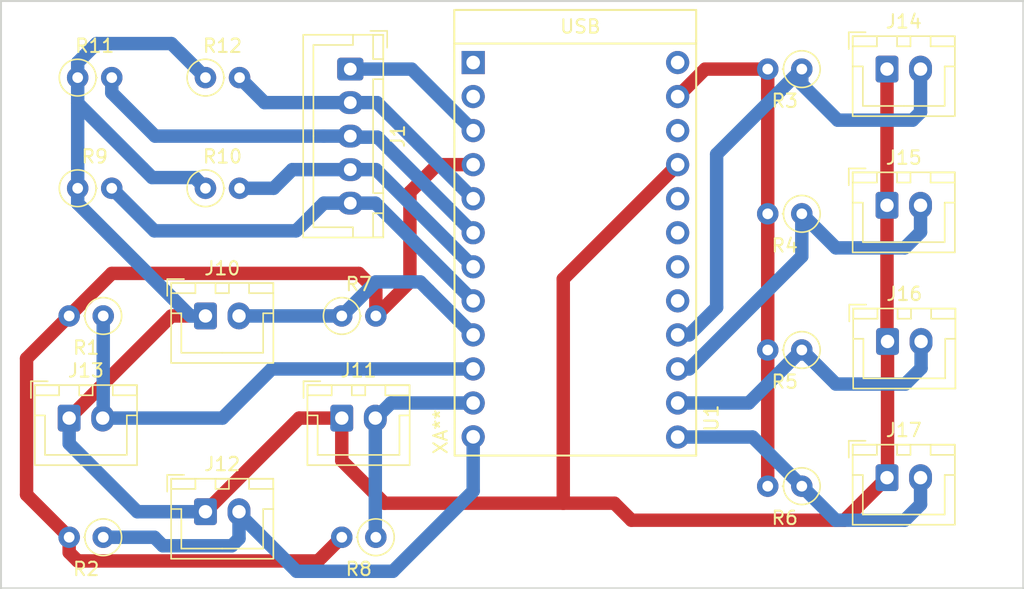
<source format=kicad_pcb>
(kicad_pcb (version 20171130) (host pcbnew "(5.1.2-1)-1")

  (general
    (thickness 1.6)
    (drawings 4)
    (tracks 135)
    (zones 0)
    (modules 22)
    (nets 23)
  )

  (page A4)
  (layers
    (0 F.Cu signal)
    (31 B.Cu signal)
    (32 B.Adhes user)
    (33 F.Adhes user)
    (34 B.Paste user)
    (35 F.Paste user)
    (36 B.SilkS user)
    (37 F.SilkS user)
    (38 B.Mask user)
    (39 F.Mask user)
    (40 Dwgs.User user)
    (41 Cmts.User user)
    (42 Eco1.User user)
    (43 Eco2.User user)
    (44 Edge.Cuts user)
    (45 Margin user)
    (46 B.CrtYd user)
    (47 F.CrtYd user)
    (48 B.Fab user)
    (49 F.Fab user)
  )

  (setup
    (last_trace_width 0.25)
    (user_trace_width 1)
    (trace_clearance 0.2)
    (zone_clearance 0.508)
    (zone_45_only no)
    (trace_min 0.2)
    (via_size 0.8)
    (via_drill 0.4)
    (via_min_size 0.4)
    (via_min_drill 0.3)
    (uvia_size 0.3)
    (uvia_drill 0.1)
    (uvias_allowed no)
    (uvia_min_size 0.2)
    (uvia_min_drill 0.1)
    (edge_width 0.15)
    (segment_width 0.2)
    (pcb_text_width 0.3)
    (pcb_text_size 1.5 1.5)
    (mod_edge_width 0.15)
    (mod_text_size 1 1)
    (mod_text_width 0.15)
    (pad_size 1.524 1.524)
    (pad_drill 0.762)
    (pad_to_mask_clearance 0.2)
    (aux_axis_origin 0 0)
    (visible_elements FFFFFF7F)
    (pcbplotparams
      (layerselection 0x010f0_ffffffff)
      (usegerberextensions false)
      (usegerberattributes false)
      (usegerberadvancedattributes false)
      (creategerberjobfile false)
      (excludeedgelayer true)
      (linewidth 0.100000)
      (plotframeref false)
      (viasonmask false)
      (mode 1)
      (useauxorigin false)
      (hpglpennumber 1)
      (hpglpenspeed 20)
      (hpglpendiameter 15.000000)
      (psnegative false)
      (psa4output false)
      (plotreference true)
      (plotvalue true)
      (plotinvisibletext false)
      (padsonsilk false)
      (subtractmaskfromsilk false)
      (outputformat 1)
      (mirror false)
      (drillshape 0)
      (scaleselection 1)
      (outputdirectory "outputs/"))
  )

  (net 0 "")
  (net 1 /Meta-Button-1)
  (net 2 /Action-Button-Down)
  (net 3 /Action-Button-Right)
  (net 4 /Action-Button-Left)
  (net 5 /Action-Button-Up)
  (net 6 /Meta-Button-4)
  (net 7 /Meta-Button-2)
  (net 8 /Meta-Button-3)
  (net 9 GND)
  (net 10 /JOYSTICK_NORTH)
  (net 11 /JOYSTICK_SOUTH)
  (net 12 /JOYSTICK_WEST)
  (net 13 /JOYSTICK_EAST)
  (net 14 VCC)
  (net 15 "Net-(U1-PadA0)")
  (net 16 "Net-(U1-PadA1)")
  (net 17 "Net-(U1-PadRXI)")
  (net 18 "Net-(U1-PadA3)")
  (net 19 "Net-(U1-PadA2)")
  (net 20 "Net-(U1-PadRST)")
  (net 21 "Net-(U1-PadRAW)")
  (net 22 "Net-(U1-PadTXO)")

  (net_class Default "This is the default net class."
    (clearance 0.2)
    (trace_width 0.25)
    (via_dia 0.8)
    (via_drill 0.4)
    (uvia_dia 0.3)
    (uvia_drill 0.1)
    (add_net /Action-Button-Down)
    (add_net /Action-Button-Left)
    (add_net /Action-Button-Right)
    (add_net /Action-Button-Up)
    (add_net /JOYSTICK_EAST)
    (add_net /JOYSTICK_NORTH)
    (add_net /JOYSTICK_SOUTH)
    (add_net /JOYSTICK_WEST)
    (add_net /Meta-Button-1)
    (add_net /Meta-Button-2)
    (add_net /Meta-Button-3)
    (add_net /Meta-Button-4)
    (add_net GND)
    (add_net "Net-(U1-PadA0)")
    (add_net "Net-(U1-PadA1)")
    (add_net "Net-(U1-PadA2)")
    (add_net "Net-(U1-PadA3)")
    (add_net "Net-(U1-PadRAW)")
    (add_net "Net-(U1-PadRST)")
    (add_net "Net-(U1-PadRXI)")
    (add_net "Net-(U1-PadTXO)")
    (add_net VCC)
  )

  (module Connector_JST:JST_XH_B05B-XH-A_1x05_P2.50mm_Vertical (layer F.Cu) (tedit 5B7754C5) (tstamp 5D47BB3F)
    (at 76.835 106.68 270)
    (descr "JST XH series connector, B05B-XH-A (http://www.jst-mfg.com/product/pdf/eng/eXH.pdf), generated with kicad-footprint-generator")
    (tags "connector JST XH side entry")
    (path /5C73B0C7)
    (fp_text reference J1 (at 5 -3.55 90) (layer F.SilkS)
      (effects (font (size 1 1) (thickness 0.15)))
    )
    (fp_text value Conn_01x05 (at 5 4.6 90) (layer F.Fab)
      (effects (font (size 1 1) (thickness 0.15)))
    )
    (fp_line (start -2.45 -2.35) (end -2.45 3.4) (layer F.Fab) (width 0.1))
    (fp_line (start -2.45 3.4) (end 12.45 3.4) (layer F.Fab) (width 0.1))
    (fp_line (start 12.45 3.4) (end 12.45 -2.35) (layer F.Fab) (width 0.1))
    (fp_line (start 12.45 -2.35) (end -2.45 -2.35) (layer F.Fab) (width 0.1))
    (fp_line (start -2.56 -2.46) (end -2.56 3.51) (layer F.SilkS) (width 0.12))
    (fp_line (start -2.56 3.51) (end 12.56 3.51) (layer F.SilkS) (width 0.12))
    (fp_line (start 12.56 3.51) (end 12.56 -2.46) (layer F.SilkS) (width 0.12))
    (fp_line (start 12.56 -2.46) (end -2.56 -2.46) (layer F.SilkS) (width 0.12))
    (fp_line (start -2.95 -2.85) (end -2.95 3.9) (layer F.CrtYd) (width 0.05))
    (fp_line (start -2.95 3.9) (end 12.95 3.9) (layer F.CrtYd) (width 0.05))
    (fp_line (start 12.95 3.9) (end 12.95 -2.85) (layer F.CrtYd) (width 0.05))
    (fp_line (start 12.95 -2.85) (end -2.95 -2.85) (layer F.CrtYd) (width 0.05))
    (fp_line (start -0.625 -2.35) (end 0 -1.35) (layer F.Fab) (width 0.1))
    (fp_line (start 0 -1.35) (end 0.625 -2.35) (layer F.Fab) (width 0.1))
    (fp_line (start 0.75 -2.45) (end 0.75 -1.7) (layer F.SilkS) (width 0.12))
    (fp_line (start 0.75 -1.7) (end 9.25 -1.7) (layer F.SilkS) (width 0.12))
    (fp_line (start 9.25 -1.7) (end 9.25 -2.45) (layer F.SilkS) (width 0.12))
    (fp_line (start 9.25 -2.45) (end 0.75 -2.45) (layer F.SilkS) (width 0.12))
    (fp_line (start -2.55 -2.45) (end -2.55 -1.7) (layer F.SilkS) (width 0.12))
    (fp_line (start -2.55 -1.7) (end -0.75 -1.7) (layer F.SilkS) (width 0.12))
    (fp_line (start -0.75 -1.7) (end -0.75 -2.45) (layer F.SilkS) (width 0.12))
    (fp_line (start -0.75 -2.45) (end -2.55 -2.45) (layer F.SilkS) (width 0.12))
    (fp_line (start 10.75 -2.45) (end 10.75 -1.7) (layer F.SilkS) (width 0.12))
    (fp_line (start 10.75 -1.7) (end 12.55 -1.7) (layer F.SilkS) (width 0.12))
    (fp_line (start 12.55 -1.7) (end 12.55 -2.45) (layer F.SilkS) (width 0.12))
    (fp_line (start 12.55 -2.45) (end 10.75 -2.45) (layer F.SilkS) (width 0.12))
    (fp_line (start -2.55 -0.2) (end -1.8 -0.2) (layer F.SilkS) (width 0.12))
    (fp_line (start -1.8 -0.2) (end -1.8 2.75) (layer F.SilkS) (width 0.12))
    (fp_line (start -1.8 2.75) (end 5 2.75) (layer F.SilkS) (width 0.12))
    (fp_line (start 12.55 -0.2) (end 11.8 -0.2) (layer F.SilkS) (width 0.12))
    (fp_line (start 11.8 -0.2) (end 11.8 2.75) (layer F.SilkS) (width 0.12))
    (fp_line (start 11.8 2.75) (end 5 2.75) (layer F.SilkS) (width 0.12))
    (fp_line (start -1.6 -2.75) (end -2.85 -2.75) (layer F.SilkS) (width 0.12))
    (fp_line (start -2.85 -2.75) (end -2.85 -1.5) (layer F.SilkS) (width 0.12))
    (fp_text user %R (at 5 2.7 90) (layer F.Fab)
      (effects (font (size 1 1) (thickness 0.15)))
    )
    (pad 1 thru_hole roundrect (at 0 0 270) (size 1.7 1.95) (drill 0.95) (layers *.Cu *.Mask) (roundrect_rratio 0.147059)
      (net 9 GND))
    (pad 2 thru_hole oval (at 2.5 0 270) (size 1.7 1.95) (drill 0.95) (layers *.Cu *.Mask)
      (net 10 /JOYSTICK_NORTH))
    (pad 3 thru_hole oval (at 5 0 270) (size 1.7 1.95) (drill 0.95) (layers *.Cu *.Mask)
      (net 11 /JOYSTICK_SOUTH))
    (pad 4 thru_hole oval (at 7.5 0 270) (size 1.7 1.95) (drill 0.95) (layers *.Cu *.Mask)
      (net 12 /JOYSTICK_WEST))
    (pad 5 thru_hole oval (at 10 0 270) (size 1.7 1.95) (drill 0.95) (layers *.Cu *.Mask)
      (net 13 /JOYSTICK_EAST))
    (model ${KISYS3DMOD}/Connector_JST.3dshapes/JST_XH_B05B-XH-A_1x05_P2.50mm_Vertical.wrl
      (at (xyz 0 0 0))
      (scale (xyz 1 1 1))
      (rotate (xyz 0 0 0))
    )
  )

  (module Connector_JST:JST_XH_B02B-XH-A_1x02_P2.50mm_Vertical (layer F.Cu) (tedit 5B7754C5) (tstamp 5D47D9C5)
    (at 66.04 125.095)
    (descr "JST XH series connector, B02B-XH-A (http://www.jst-mfg.com/product/pdf/eng/eXH.pdf), generated with kicad-footprint-generator")
    (tags "connector JST XH side entry")
    (path /5B7E521F)
    (fp_text reference J10 (at 1.25 -3.55) (layer F.SilkS)
      (effects (font (size 1 1) (thickness 0.15)))
    )
    (fp_text value Action-Up (at 1.25 4.6) (layer F.Fab)
      (effects (font (size 1 1) (thickness 0.15)))
    )
    (fp_line (start -2.45 -2.35) (end -2.45 3.4) (layer F.Fab) (width 0.1))
    (fp_line (start -2.45 3.4) (end 4.95 3.4) (layer F.Fab) (width 0.1))
    (fp_line (start 4.95 3.4) (end 4.95 -2.35) (layer F.Fab) (width 0.1))
    (fp_line (start 4.95 -2.35) (end -2.45 -2.35) (layer F.Fab) (width 0.1))
    (fp_line (start -2.56 -2.46) (end -2.56 3.51) (layer F.SilkS) (width 0.12))
    (fp_line (start -2.56 3.51) (end 5.06 3.51) (layer F.SilkS) (width 0.12))
    (fp_line (start 5.06 3.51) (end 5.06 -2.46) (layer F.SilkS) (width 0.12))
    (fp_line (start 5.06 -2.46) (end -2.56 -2.46) (layer F.SilkS) (width 0.12))
    (fp_line (start -2.95 -2.85) (end -2.95 3.9) (layer F.CrtYd) (width 0.05))
    (fp_line (start -2.95 3.9) (end 5.45 3.9) (layer F.CrtYd) (width 0.05))
    (fp_line (start 5.45 3.9) (end 5.45 -2.85) (layer F.CrtYd) (width 0.05))
    (fp_line (start 5.45 -2.85) (end -2.95 -2.85) (layer F.CrtYd) (width 0.05))
    (fp_line (start -0.625 -2.35) (end 0 -1.35) (layer F.Fab) (width 0.1))
    (fp_line (start 0 -1.35) (end 0.625 -2.35) (layer F.Fab) (width 0.1))
    (fp_line (start 0.75 -2.45) (end 0.75 -1.7) (layer F.SilkS) (width 0.12))
    (fp_line (start 0.75 -1.7) (end 1.75 -1.7) (layer F.SilkS) (width 0.12))
    (fp_line (start 1.75 -1.7) (end 1.75 -2.45) (layer F.SilkS) (width 0.12))
    (fp_line (start 1.75 -2.45) (end 0.75 -2.45) (layer F.SilkS) (width 0.12))
    (fp_line (start -2.55 -2.45) (end -2.55 -1.7) (layer F.SilkS) (width 0.12))
    (fp_line (start -2.55 -1.7) (end -0.75 -1.7) (layer F.SilkS) (width 0.12))
    (fp_line (start -0.75 -1.7) (end -0.75 -2.45) (layer F.SilkS) (width 0.12))
    (fp_line (start -0.75 -2.45) (end -2.55 -2.45) (layer F.SilkS) (width 0.12))
    (fp_line (start 3.25 -2.45) (end 3.25 -1.7) (layer F.SilkS) (width 0.12))
    (fp_line (start 3.25 -1.7) (end 5.05 -1.7) (layer F.SilkS) (width 0.12))
    (fp_line (start 5.05 -1.7) (end 5.05 -2.45) (layer F.SilkS) (width 0.12))
    (fp_line (start 5.05 -2.45) (end 3.25 -2.45) (layer F.SilkS) (width 0.12))
    (fp_line (start -2.55 -0.2) (end -1.8 -0.2) (layer F.SilkS) (width 0.12))
    (fp_line (start -1.8 -0.2) (end -1.8 2.75) (layer F.SilkS) (width 0.12))
    (fp_line (start -1.8 2.75) (end 1.25 2.75) (layer F.SilkS) (width 0.12))
    (fp_line (start 5.05 -0.2) (end 4.3 -0.2) (layer F.SilkS) (width 0.12))
    (fp_line (start 4.3 -0.2) (end 4.3 2.75) (layer F.SilkS) (width 0.12))
    (fp_line (start 4.3 2.75) (end 1.25 2.75) (layer F.SilkS) (width 0.12))
    (fp_line (start -1.6 -2.75) (end -2.85 -2.75) (layer F.SilkS) (width 0.12))
    (fp_line (start -2.85 -2.75) (end -2.85 -1.5) (layer F.SilkS) (width 0.12))
    (fp_text user %R (at 1.25 2.7) (layer F.Fab)
      (effects (font (size 1 1) (thickness 0.15)))
    )
    (pad 1 thru_hole roundrect (at 0 0) (size 1.7 2) (drill 1) (layers *.Cu *.Mask) (roundrect_rratio 0.147059)
      (net 14 VCC))
    (pad 2 thru_hole oval (at 2.5 0) (size 1.7 2) (drill 1) (layers *.Cu *.Mask)
      (net 5 /Action-Button-Up))
    (model ${KISYS3DMOD}/Connector_JST.3dshapes/JST_XH_B02B-XH-A_1x02_P2.50mm_Vertical.wrl
      (at (xyz 0 0 0))
      (scale (xyz 1 1 1))
      (rotate (xyz 0 0 0))
    )
  )

  (module Connector_JST:JST_XH_B02B-XH-A_1x02_P2.50mm_Vertical (layer F.Cu) (tedit 5B7754C5) (tstamp 5D47BB91)
    (at 76.2 132.715)
    (descr "JST XH series connector, B02B-XH-A (http://www.jst-mfg.com/product/pdf/eng/eXH.pdf), generated with kicad-footprint-generator")
    (tags "connector JST XH side entry")
    (path /5B7E5281)
    (fp_text reference J11 (at 1.25 -3.55) (layer F.SilkS)
      (effects (font (size 1 1) (thickness 0.15)))
    )
    (fp_text value Action-Right (at 1.25 4.6) (layer F.Fab)
      (effects (font (size 1 1) (thickness 0.15)))
    )
    (fp_text user %R (at 1.25 2.7) (layer F.Fab)
      (effects (font (size 1 1) (thickness 0.15)))
    )
    (fp_line (start -2.85 -2.75) (end -2.85 -1.5) (layer F.SilkS) (width 0.12))
    (fp_line (start -1.6 -2.75) (end -2.85 -2.75) (layer F.SilkS) (width 0.12))
    (fp_line (start 4.3 2.75) (end 1.25 2.75) (layer F.SilkS) (width 0.12))
    (fp_line (start 4.3 -0.2) (end 4.3 2.75) (layer F.SilkS) (width 0.12))
    (fp_line (start 5.05 -0.2) (end 4.3 -0.2) (layer F.SilkS) (width 0.12))
    (fp_line (start -1.8 2.75) (end 1.25 2.75) (layer F.SilkS) (width 0.12))
    (fp_line (start -1.8 -0.2) (end -1.8 2.75) (layer F.SilkS) (width 0.12))
    (fp_line (start -2.55 -0.2) (end -1.8 -0.2) (layer F.SilkS) (width 0.12))
    (fp_line (start 5.05 -2.45) (end 3.25 -2.45) (layer F.SilkS) (width 0.12))
    (fp_line (start 5.05 -1.7) (end 5.05 -2.45) (layer F.SilkS) (width 0.12))
    (fp_line (start 3.25 -1.7) (end 5.05 -1.7) (layer F.SilkS) (width 0.12))
    (fp_line (start 3.25 -2.45) (end 3.25 -1.7) (layer F.SilkS) (width 0.12))
    (fp_line (start -0.75 -2.45) (end -2.55 -2.45) (layer F.SilkS) (width 0.12))
    (fp_line (start -0.75 -1.7) (end -0.75 -2.45) (layer F.SilkS) (width 0.12))
    (fp_line (start -2.55 -1.7) (end -0.75 -1.7) (layer F.SilkS) (width 0.12))
    (fp_line (start -2.55 -2.45) (end -2.55 -1.7) (layer F.SilkS) (width 0.12))
    (fp_line (start 1.75 -2.45) (end 0.75 -2.45) (layer F.SilkS) (width 0.12))
    (fp_line (start 1.75 -1.7) (end 1.75 -2.45) (layer F.SilkS) (width 0.12))
    (fp_line (start 0.75 -1.7) (end 1.75 -1.7) (layer F.SilkS) (width 0.12))
    (fp_line (start 0.75 -2.45) (end 0.75 -1.7) (layer F.SilkS) (width 0.12))
    (fp_line (start 0 -1.35) (end 0.625 -2.35) (layer F.Fab) (width 0.1))
    (fp_line (start -0.625 -2.35) (end 0 -1.35) (layer F.Fab) (width 0.1))
    (fp_line (start 5.45 -2.85) (end -2.95 -2.85) (layer F.CrtYd) (width 0.05))
    (fp_line (start 5.45 3.9) (end 5.45 -2.85) (layer F.CrtYd) (width 0.05))
    (fp_line (start -2.95 3.9) (end 5.45 3.9) (layer F.CrtYd) (width 0.05))
    (fp_line (start -2.95 -2.85) (end -2.95 3.9) (layer F.CrtYd) (width 0.05))
    (fp_line (start 5.06 -2.46) (end -2.56 -2.46) (layer F.SilkS) (width 0.12))
    (fp_line (start 5.06 3.51) (end 5.06 -2.46) (layer F.SilkS) (width 0.12))
    (fp_line (start -2.56 3.51) (end 5.06 3.51) (layer F.SilkS) (width 0.12))
    (fp_line (start -2.56 -2.46) (end -2.56 3.51) (layer F.SilkS) (width 0.12))
    (fp_line (start 4.95 -2.35) (end -2.45 -2.35) (layer F.Fab) (width 0.1))
    (fp_line (start 4.95 3.4) (end 4.95 -2.35) (layer F.Fab) (width 0.1))
    (fp_line (start -2.45 3.4) (end 4.95 3.4) (layer F.Fab) (width 0.1))
    (fp_line (start -2.45 -2.35) (end -2.45 3.4) (layer F.Fab) (width 0.1))
    (pad 2 thru_hole oval (at 2.5 0) (size 1.7 2) (drill 1) (layers *.Cu *.Mask)
      (net 3 /Action-Button-Right))
    (pad 1 thru_hole roundrect (at 0 0) (size 1.7 2) (drill 1) (layers *.Cu *.Mask) (roundrect_rratio 0.147059)
      (net 14 VCC))
    (model ${KISYS3DMOD}/Connector_JST.3dshapes/JST_XH_B02B-XH-A_1x02_P2.50mm_Vertical.wrl
      (at (xyz 0 0 0))
      (scale (xyz 1 1 1))
      (rotate (xyz 0 0 0))
    )
  )

  (module Connector_JST:JST_XH_B02B-XH-A_1x02_P2.50mm_Vertical (layer F.Cu) (tedit 5B7754C5) (tstamp 5D47BBBA)
    (at 66.04 139.7)
    (descr "JST XH series connector, B02B-XH-A (http://www.jst-mfg.com/product/pdf/eng/eXH.pdf), generated with kicad-footprint-generator")
    (tags "connector JST XH side entry")
    (path /5B7E52E1)
    (fp_text reference J12 (at 1.25 -3.55) (layer F.SilkS)
      (effects (font (size 1 1) (thickness 0.15)))
    )
    (fp_text value Action-Down (at 1.25 4.6) (layer F.Fab)
      (effects (font (size 1 1) (thickness 0.15)))
    )
    (fp_line (start -2.45 -2.35) (end -2.45 3.4) (layer F.Fab) (width 0.1))
    (fp_line (start -2.45 3.4) (end 4.95 3.4) (layer F.Fab) (width 0.1))
    (fp_line (start 4.95 3.4) (end 4.95 -2.35) (layer F.Fab) (width 0.1))
    (fp_line (start 4.95 -2.35) (end -2.45 -2.35) (layer F.Fab) (width 0.1))
    (fp_line (start -2.56 -2.46) (end -2.56 3.51) (layer F.SilkS) (width 0.12))
    (fp_line (start -2.56 3.51) (end 5.06 3.51) (layer F.SilkS) (width 0.12))
    (fp_line (start 5.06 3.51) (end 5.06 -2.46) (layer F.SilkS) (width 0.12))
    (fp_line (start 5.06 -2.46) (end -2.56 -2.46) (layer F.SilkS) (width 0.12))
    (fp_line (start -2.95 -2.85) (end -2.95 3.9) (layer F.CrtYd) (width 0.05))
    (fp_line (start -2.95 3.9) (end 5.45 3.9) (layer F.CrtYd) (width 0.05))
    (fp_line (start 5.45 3.9) (end 5.45 -2.85) (layer F.CrtYd) (width 0.05))
    (fp_line (start 5.45 -2.85) (end -2.95 -2.85) (layer F.CrtYd) (width 0.05))
    (fp_line (start -0.625 -2.35) (end 0 -1.35) (layer F.Fab) (width 0.1))
    (fp_line (start 0 -1.35) (end 0.625 -2.35) (layer F.Fab) (width 0.1))
    (fp_line (start 0.75 -2.45) (end 0.75 -1.7) (layer F.SilkS) (width 0.12))
    (fp_line (start 0.75 -1.7) (end 1.75 -1.7) (layer F.SilkS) (width 0.12))
    (fp_line (start 1.75 -1.7) (end 1.75 -2.45) (layer F.SilkS) (width 0.12))
    (fp_line (start 1.75 -2.45) (end 0.75 -2.45) (layer F.SilkS) (width 0.12))
    (fp_line (start -2.55 -2.45) (end -2.55 -1.7) (layer F.SilkS) (width 0.12))
    (fp_line (start -2.55 -1.7) (end -0.75 -1.7) (layer F.SilkS) (width 0.12))
    (fp_line (start -0.75 -1.7) (end -0.75 -2.45) (layer F.SilkS) (width 0.12))
    (fp_line (start -0.75 -2.45) (end -2.55 -2.45) (layer F.SilkS) (width 0.12))
    (fp_line (start 3.25 -2.45) (end 3.25 -1.7) (layer F.SilkS) (width 0.12))
    (fp_line (start 3.25 -1.7) (end 5.05 -1.7) (layer F.SilkS) (width 0.12))
    (fp_line (start 5.05 -1.7) (end 5.05 -2.45) (layer F.SilkS) (width 0.12))
    (fp_line (start 5.05 -2.45) (end 3.25 -2.45) (layer F.SilkS) (width 0.12))
    (fp_line (start -2.55 -0.2) (end -1.8 -0.2) (layer F.SilkS) (width 0.12))
    (fp_line (start -1.8 -0.2) (end -1.8 2.75) (layer F.SilkS) (width 0.12))
    (fp_line (start -1.8 2.75) (end 1.25 2.75) (layer F.SilkS) (width 0.12))
    (fp_line (start 5.05 -0.2) (end 4.3 -0.2) (layer F.SilkS) (width 0.12))
    (fp_line (start 4.3 -0.2) (end 4.3 2.75) (layer F.SilkS) (width 0.12))
    (fp_line (start 4.3 2.75) (end 1.25 2.75) (layer F.SilkS) (width 0.12))
    (fp_line (start -1.6 -2.75) (end -2.85 -2.75) (layer F.SilkS) (width 0.12))
    (fp_line (start -2.85 -2.75) (end -2.85 -1.5) (layer F.SilkS) (width 0.12))
    (fp_text user %R (at 1.25 2.7) (layer F.Fab)
      (effects (font (size 1 1) (thickness 0.15)))
    )
    (pad 1 thru_hole roundrect (at 0 0) (size 1.7 2) (drill 1) (layers *.Cu *.Mask) (roundrect_rratio 0.147059)
      (net 14 VCC))
    (pad 2 thru_hole oval (at 2.5 0) (size 1.7 2) (drill 1) (layers *.Cu *.Mask)
      (net 2 /Action-Button-Down))
    (model ${KISYS3DMOD}/Connector_JST.3dshapes/JST_XH_B02B-XH-A_1x02_P2.50mm_Vertical.wrl
      (at (xyz 0 0 0))
      (scale (xyz 1 1 1))
      (rotate (xyz 0 0 0))
    )
  )

  (module Connector_JST:JST_XH_B02B-XH-A_1x02_P2.50mm_Vertical (layer F.Cu) (tedit 5B7754C5) (tstamp 5D47DBD7)
    (at 55.88 132.715)
    (descr "JST XH series connector, B02B-XH-A (http://www.jst-mfg.com/product/pdf/eng/eXH.pdf), generated with kicad-footprint-generator")
    (tags "connector JST XH side entry")
    (path /5B7E5341)
    (fp_text reference J13 (at 1.25 -3.55) (layer F.SilkS)
      (effects (font (size 1 1) (thickness 0.15)))
    )
    (fp_text value Action-Left (at 1.25 4.6) (layer F.Fab)
      (effects (font (size 1 1) (thickness 0.15)))
    )
    (fp_text user %R (at 1.25 2.7) (layer F.Fab)
      (effects (font (size 1 1) (thickness 0.15)))
    )
    (fp_line (start -2.85 -2.75) (end -2.85 -1.5) (layer F.SilkS) (width 0.12))
    (fp_line (start -1.6 -2.75) (end -2.85 -2.75) (layer F.SilkS) (width 0.12))
    (fp_line (start 4.3 2.75) (end 1.25 2.75) (layer F.SilkS) (width 0.12))
    (fp_line (start 4.3 -0.2) (end 4.3 2.75) (layer F.SilkS) (width 0.12))
    (fp_line (start 5.05 -0.2) (end 4.3 -0.2) (layer F.SilkS) (width 0.12))
    (fp_line (start -1.8 2.75) (end 1.25 2.75) (layer F.SilkS) (width 0.12))
    (fp_line (start -1.8 -0.2) (end -1.8 2.75) (layer F.SilkS) (width 0.12))
    (fp_line (start -2.55 -0.2) (end -1.8 -0.2) (layer F.SilkS) (width 0.12))
    (fp_line (start 5.05 -2.45) (end 3.25 -2.45) (layer F.SilkS) (width 0.12))
    (fp_line (start 5.05 -1.7) (end 5.05 -2.45) (layer F.SilkS) (width 0.12))
    (fp_line (start 3.25 -1.7) (end 5.05 -1.7) (layer F.SilkS) (width 0.12))
    (fp_line (start 3.25 -2.45) (end 3.25 -1.7) (layer F.SilkS) (width 0.12))
    (fp_line (start -0.75 -2.45) (end -2.55 -2.45) (layer F.SilkS) (width 0.12))
    (fp_line (start -0.75 -1.7) (end -0.75 -2.45) (layer F.SilkS) (width 0.12))
    (fp_line (start -2.55 -1.7) (end -0.75 -1.7) (layer F.SilkS) (width 0.12))
    (fp_line (start -2.55 -2.45) (end -2.55 -1.7) (layer F.SilkS) (width 0.12))
    (fp_line (start 1.75 -2.45) (end 0.75 -2.45) (layer F.SilkS) (width 0.12))
    (fp_line (start 1.75 -1.7) (end 1.75 -2.45) (layer F.SilkS) (width 0.12))
    (fp_line (start 0.75 -1.7) (end 1.75 -1.7) (layer F.SilkS) (width 0.12))
    (fp_line (start 0.75 -2.45) (end 0.75 -1.7) (layer F.SilkS) (width 0.12))
    (fp_line (start 0 -1.35) (end 0.625 -2.35) (layer F.Fab) (width 0.1))
    (fp_line (start -0.625 -2.35) (end 0 -1.35) (layer F.Fab) (width 0.1))
    (fp_line (start 5.45 -2.85) (end -2.95 -2.85) (layer F.CrtYd) (width 0.05))
    (fp_line (start 5.45 3.9) (end 5.45 -2.85) (layer F.CrtYd) (width 0.05))
    (fp_line (start -2.95 3.9) (end 5.45 3.9) (layer F.CrtYd) (width 0.05))
    (fp_line (start -2.95 -2.85) (end -2.95 3.9) (layer F.CrtYd) (width 0.05))
    (fp_line (start 5.06 -2.46) (end -2.56 -2.46) (layer F.SilkS) (width 0.12))
    (fp_line (start 5.06 3.51) (end 5.06 -2.46) (layer F.SilkS) (width 0.12))
    (fp_line (start -2.56 3.51) (end 5.06 3.51) (layer F.SilkS) (width 0.12))
    (fp_line (start -2.56 -2.46) (end -2.56 3.51) (layer F.SilkS) (width 0.12))
    (fp_line (start 4.95 -2.35) (end -2.45 -2.35) (layer F.Fab) (width 0.1))
    (fp_line (start 4.95 3.4) (end 4.95 -2.35) (layer F.Fab) (width 0.1))
    (fp_line (start -2.45 3.4) (end 4.95 3.4) (layer F.Fab) (width 0.1))
    (fp_line (start -2.45 -2.35) (end -2.45 3.4) (layer F.Fab) (width 0.1))
    (pad 2 thru_hole oval (at 2.5 0) (size 1.7 2) (drill 1) (layers *.Cu *.Mask)
      (net 4 /Action-Button-Left))
    (pad 1 thru_hole roundrect (at 0 0) (size 1.7 2) (drill 1) (layers *.Cu *.Mask) (roundrect_rratio 0.147059)
      (net 14 VCC))
    (model ${KISYS3DMOD}/Connector_JST.3dshapes/JST_XH_B02B-XH-A_1x02_P2.50mm_Vertical.wrl
      (at (xyz 0 0 0))
      (scale (xyz 1 1 1))
      (rotate (xyz 0 0 0))
    )
  )

  (module Connector_JST:JST_XH_B02B-XH-A_1x02_P2.50mm_Vertical (layer F.Cu) (tedit 5B7754C5) (tstamp 5D47BC0C)
    (at 116.84 106.68)
    (descr "JST XH series connector, B02B-XH-A (http://www.jst-mfg.com/product/pdf/eng/eXH.pdf), generated with kicad-footprint-generator")
    (tags "connector JST XH side entry")
    (path /5B7E5008)
    (fp_text reference J14 (at 1.25 -3.55) (layer F.SilkS)
      (effects (font (size 1 1) (thickness 0.15)))
    )
    (fp_text value Meta-Button-1 (at 1.25 4.6) (layer F.Fab)
      (effects (font (size 1 1) (thickness 0.15)))
    )
    (fp_line (start -2.45 -2.35) (end -2.45 3.4) (layer F.Fab) (width 0.1))
    (fp_line (start -2.45 3.4) (end 4.95 3.4) (layer F.Fab) (width 0.1))
    (fp_line (start 4.95 3.4) (end 4.95 -2.35) (layer F.Fab) (width 0.1))
    (fp_line (start 4.95 -2.35) (end -2.45 -2.35) (layer F.Fab) (width 0.1))
    (fp_line (start -2.56 -2.46) (end -2.56 3.51) (layer F.SilkS) (width 0.12))
    (fp_line (start -2.56 3.51) (end 5.06 3.51) (layer F.SilkS) (width 0.12))
    (fp_line (start 5.06 3.51) (end 5.06 -2.46) (layer F.SilkS) (width 0.12))
    (fp_line (start 5.06 -2.46) (end -2.56 -2.46) (layer F.SilkS) (width 0.12))
    (fp_line (start -2.95 -2.85) (end -2.95 3.9) (layer F.CrtYd) (width 0.05))
    (fp_line (start -2.95 3.9) (end 5.45 3.9) (layer F.CrtYd) (width 0.05))
    (fp_line (start 5.45 3.9) (end 5.45 -2.85) (layer F.CrtYd) (width 0.05))
    (fp_line (start 5.45 -2.85) (end -2.95 -2.85) (layer F.CrtYd) (width 0.05))
    (fp_line (start -0.625 -2.35) (end 0 -1.35) (layer F.Fab) (width 0.1))
    (fp_line (start 0 -1.35) (end 0.625 -2.35) (layer F.Fab) (width 0.1))
    (fp_line (start 0.75 -2.45) (end 0.75 -1.7) (layer F.SilkS) (width 0.12))
    (fp_line (start 0.75 -1.7) (end 1.75 -1.7) (layer F.SilkS) (width 0.12))
    (fp_line (start 1.75 -1.7) (end 1.75 -2.45) (layer F.SilkS) (width 0.12))
    (fp_line (start 1.75 -2.45) (end 0.75 -2.45) (layer F.SilkS) (width 0.12))
    (fp_line (start -2.55 -2.45) (end -2.55 -1.7) (layer F.SilkS) (width 0.12))
    (fp_line (start -2.55 -1.7) (end -0.75 -1.7) (layer F.SilkS) (width 0.12))
    (fp_line (start -0.75 -1.7) (end -0.75 -2.45) (layer F.SilkS) (width 0.12))
    (fp_line (start -0.75 -2.45) (end -2.55 -2.45) (layer F.SilkS) (width 0.12))
    (fp_line (start 3.25 -2.45) (end 3.25 -1.7) (layer F.SilkS) (width 0.12))
    (fp_line (start 3.25 -1.7) (end 5.05 -1.7) (layer F.SilkS) (width 0.12))
    (fp_line (start 5.05 -1.7) (end 5.05 -2.45) (layer F.SilkS) (width 0.12))
    (fp_line (start 5.05 -2.45) (end 3.25 -2.45) (layer F.SilkS) (width 0.12))
    (fp_line (start -2.55 -0.2) (end -1.8 -0.2) (layer F.SilkS) (width 0.12))
    (fp_line (start -1.8 -0.2) (end -1.8 2.75) (layer F.SilkS) (width 0.12))
    (fp_line (start -1.8 2.75) (end 1.25 2.75) (layer F.SilkS) (width 0.12))
    (fp_line (start 5.05 -0.2) (end 4.3 -0.2) (layer F.SilkS) (width 0.12))
    (fp_line (start 4.3 -0.2) (end 4.3 2.75) (layer F.SilkS) (width 0.12))
    (fp_line (start 4.3 2.75) (end 1.25 2.75) (layer F.SilkS) (width 0.12))
    (fp_line (start -1.6 -2.75) (end -2.85 -2.75) (layer F.SilkS) (width 0.12))
    (fp_line (start -2.85 -2.75) (end -2.85 -1.5) (layer F.SilkS) (width 0.12))
    (fp_text user %R (at 1.25 2.7) (layer F.Fab)
      (effects (font (size 1 1) (thickness 0.15)))
    )
    (pad 1 thru_hole roundrect (at 0 0) (size 1.7 2) (drill 1) (layers *.Cu *.Mask) (roundrect_rratio 0.147059)
      (net 14 VCC))
    (pad 2 thru_hole oval (at 2.5 0) (size 1.7 2) (drill 1) (layers *.Cu *.Mask)
      (net 1 /Meta-Button-1))
    (model ${KISYS3DMOD}/Connector_JST.3dshapes/JST_XH_B02B-XH-A_1x02_P2.50mm_Vertical.wrl
      (at (xyz 0 0 0))
      (scale (xyz 1 1 1))
      (rotate (xyz 0 0 0))
    )
  )

  (module Connector_JST:JST_XH_B02B-XH-A_1x02_P2.50mm_Vertical (layer F.Cu) (tedit 5B7754C5) (tstamp 5D47BC35)
    (at 116.84 116.84)
    (descr "JST XH series connector, B02B-XH-A (http://www.jst-mfg.com/product/pdf/eng/eXH.pdf), generated with kicad-footprint-generator")
    (tags "connector JST XH side entry")
    (path /5B7E50FC)
    (fp_text reference J15 (at 1.25 -3.55) (layer F.SilkS)
      (effects (font (size 1 1) (thickness 0.15)))
    )
    (fp_text value Meta-Button-2 (at 1.25 4.6) (layer F.Fab)
      (effects (font (size 1 1) (thickness 0.15)))
    )
    (fp_text user %R (at 1.25 2.7) (layer F.Fab)
      (effects (font (size 1 1) (thickness 0.15)))
    )
    (fp_line (start -2.85 -2.75) (end -2.85 -1.5) (layer F.SilkS) (width 0.12))
    (fp_line (start -1.6 -2.75) (end -2.85 -2.75) (layer F.SilkS) (width 0.12))
    (fp_line (start 4.3 2.75) (end 1.25 2.75) (layer F.SilkS) (width 0.12))
    (fp_line (start 4.3 -0.2) (end 4.3 2.75) (layer F.SilkS) (width 0.12))
    (fp_line (start 5.05 -0.2) (end 4.3 -0.2) (layer F.SilkS) (width 0.12))
    (fp_line (start -1.8 2.75) (end 1.25 2.75) (layer F.SilkS) (width 0.12))
    (fp_line (start -1.8 -0.2) (end -1.8 2.75) (layer F.SilkS) (width 0.12))
    (fp_line (start -2.55 -0.2) (end -1.8 -0.2) (layer F.SilkS) (width 0.12))
    (fp_line (start 5.05 -2.45) (end 3.25 -2.45) (layer F.SilkS) (width 0.12))
    (fp_line (start 5.05 -1.7) (end 5.05 -2.45) (layer F.SilkS) (width 0.12))
    (fp_line (start 3.25 -1.7) (end 5.05 -1.7) (layer F.SilkS) (width 0.12))
    (fp_line (start 3.25 -2.45) (end 3.25 -1.7) (layer F.SilkS) (width 0.12))
    (fp_line (start -0.75 -2.45) (end -2.55 -2.45) (layer F.SilkS) (width 0.12))
    (fp_line (start -0.75 -1.7) (end -0.75 -2.45) (layer F.SilkS) (width 0.12))
    (fp_line (start -2.55 -1.7) (end -0.75 -1.7) (layer F.SilkS) (width 0.12))
    (fp_line (start -2.55 -2.45) (end -2.55 -1.7) (layer F.SilkS) (width 0.12))
    (fp_line (start 1.75 -2.45) (end 0.75 -2.45) (layer F.SilkS) (width 0.12))
    (fp_line (start 1.75 -1.7) (end 1.75 -2.45) (layer F.SilkS) (width 0.12))
    (fp_line (start 0.75 -1.7) (end 1.75 -1.7) (layer F.SilkS) (width 0.12))
    (fp_line (start 0.75 -2.45) (end 0.75 -1.7) (layer F.SilkS) (width 0.12))
    (fp_line (start 0 -1.35) (end 0.625 -2.35) (layer F.Fab) (width 0.1))
    (fp_line (start -0.625 -2.35) (end 0 -1.35) (layer F.Fab) (width 0.1))
    (fp_line (start 5.45 -2.85) (end -2.95 -2.85) (layer F.CrtYd) (width 0.05))
    (fp_line (start 5.45 3.9) (end 5.45 -2.85) (layer F.CrtYd) (width 0.05))
    (fp_line (start -2.95 3.9) (end 5.45 3.9) (layer F.CrtYd) (width 0.05))
    (fp_line (start -2.95 -2.85) (end -2.95 3.9) (layer F.CrtYd) (width 0.05))
    (fp_line (start 5.06 -2.46) (end -2.56 -2.46) (layer F.SilkS) (width 0.12))
    (fp_line (start 5.06 3.51) (end 5.06 -2.46) (layer F.SilkS) (width 0.12))
    (fp_line (start -2.56 3.51) (end 5.06 3.51) (layer F.SilkS) (width 0.12))
    (fp_line (start -2.56 -2.46) (end -2.56 3.51) (layer F.SilkS) (width 0.12))
    (fp_line (start 4.95 -2.35) (end -2.45 -2.35) (layer F.Fab) (width 0.1))
    (fp_line (start 4.95 3.4) (end 4.95 -2.35) (layer F.Fab) (width 0.1))
    (fp_line (start -2.45 3.4) (end 4.95 3.4) (layer F.Fab) (width 0.1))
    (fp_line (start -2.45 -2.35) (end -2.45 3.4) (layer F.Fab) (width 0.1))
    (pad 2 thru_hole oval (at 2.5 0) (size 1.7 2) (drill 1) (layers *.Cu *.Mask)
      (net 7 /Meta-Button-2))
    (pad 1 thru_hole roundrect (at 0 0) (size 1.7 2) (drill 1) (layers *.Cu *.Mask) (roundrect_rratio 0.147059)
      (net 14 VCC))
    (model ${KISYS3DMOD}/Connector_JST.3dshapes/JST_XH_B02B-XH-A_1x02_P2.50mm_Vertical.wrl
      (at (xyz 0 0 0))
      (scale (xyz 1 1 1))
      (rotate (xyz 0 0 0))
    )
  )

  (module Connector_JST:JST_XH_B02B-XH-A_1x02_P2.50mm_Vertical (layer F.Cu) (tedit 5B7754C5) (tstamp 5D47BC5E)
    (at 116.88 127)
    (descr "JST XH series connector, B02B-XH-A (http://www.jst-mfg.com/product/pdf/eng/eXH.pdf), generated with kicad-footprint-generator")
    (tags "connector JST XH side entry")
    (path /5B7E5153)
    (fp_text reference J16 (at 1.25 -3.55) (layer F.SilkS)
      (effects (font (size 1 1) (thickness 0.15)))
    )
    (fp_text value Meta-Button-3 (at 1.25 4.6) (layer F.Fab)
      (effects (font (size 1 1) (thickness 0.15)))
    )
    (fp_line (start -2.45 -2.35) (end -2.45 3.4) (layer F.Fab) (width 0.1))
    (fp_line (start -2.45 3.4) (end 4.95 3.4) (layer F.Fab) (width 0.1))
    (fp_line (start 4.95 3.4) (end 4.95 -2.35) (layer F.Fab) (width 0.1))
    (fp_line (start 4.95 -2.35) (end -2.45 -2.35) (layer F.Fab) (width 0.1))
    (fp_line (start -2.56 -2.46) (end -2.56 3.51) (layer F.SilkS) (width 0.12))
    (fp_line (start -2.56 3.51) (end 5.06 3.51) (layer F.SilkS) (width 0.12))
    (fp_line (start 5.06 3.51) (end 5.06 -2.46) (layer F.SilkS) (width 0.12))
    (fp_line (start 5.06 -2.46) (end -2.56 -2.46) (layer F.SilkS) (width 0.12))
    (fp_line (start -2.95 -2.85) (end -2.95 3.9) (layer F.CrtYd) (width 0.05))
    (fp_line (start -2.95 3.9) (end 5.45 3.9) (layer F.CrtYd) (width 0.05))
    (fp_line (start 5.45 3.9) (end 5.45 -2.85) (layer F.CrtYd) (width 0.05))
    (fp_line (start 5.45 -2.85) (end -2.95 -2.85) (layer F.CrtYd) (width 0.05))
    (fp_line (start -0.625 -2.35) (end 0 -1.35) (layer F.Fab) (width 0.1))
    (fp_line (start 0 -1.35) (end 0.625 -2.35) (layer F.Fab) (width 0.1))
    (fp_line (start 0.75 -2.45) (end 0.75 -1.7) (layer F.SilkS) (width 0.12))
    (fp_line (start 0.75 -1.7) (end 1.75 -1.7) (layer F.SilkS) (width 0.12))
    (fp_line (start 1.75 -1.7) (end 1.75 -2.45) (layer F.SilkS) (width 0.12))
    (fp_line (start 1.75 -2.45) (end 0.75 -2.45) (layer F.SilkS) (width 0.12))
    (fp_line (start -2.55 -2.45) (end -2.55 -1.7) (layer F.SilkS) (width 0.12))
    (fp_line (start -2.55 -1.7) (end -0.75 -1.7) (layer F.SilkS) (width 0.12))
    (fp_line (start -0.75 -1.7) (end -0.75 -2.45) (layer F.SilkS) (width 0.12))
    (fp_line (start -0.75 -2.45) (end -2.55 -2.45) (layer F.SilkS) (width 0.12))
    (fp_line (start 3.25 -2.45) (end 3.25 -1.7) (layer F.SilkS) (width 0.12))
    (fp_line (start 3.25 -1.7) (end 5.05 -1.7) (layer F.SilkS) (width 0.12))
    (fp_line (start 5.05 -1.7) (end 5.05 -2.45) (layer F.SilkS) (width 0.12))
    (fp_line (start 5.05 -2.45) (end 3.25 -2.45) (layer F.SilkS) (width 0.12))
    (fp_line (start -2.55 -0.2) (end -1.8 -0.2) (layer F.SilkS) (width 0.12))
    (fp_line (start -1.8 -0.2) (end -1.8 2.75) (layer F.SilkS) (width 0.12))
    (fp_line (start -1.8 2.75) (end 1.25 2.75) (layer F.SilkS) (width 0.12))
    (fp_line (start 5.05 -0.2) (end 4.3 -0.2) (layer F.SilkS) (width 0.12))
    (fp_line (start 4.3 -0.2) (end 4.3 2.75) (layer F.SilkS) (width 0.12))
    (fp_line (start 4.3 2.75) (end 1.25 2.75) (layer F.SilkS) (width 0.12))
    (fp_line (start -1.6 -2.75) (end -2.85 -2.75) (layer F.SilkS) (width 0.12))
    (fp_line (start -2.85 -2.75) (end -2.85 -1.5) (layer F.SilkS) (width 0.12))
    (fp_text user %R (at 1.25 2.7) (layer F.Fab)
      (effects (font (size 1 1) (thickness 0.15)))
    )
    (pad 1 thru_hole roundrect (at 0 0) (size 1.7 2) (drill 1) (layers *.Cu *.Mask) (roundrect_rratio 0.147059)
      (net 14 VCC))
    (pad 2 thru_hole oval (at 2.5 0) (size 1.7 2) (drill 1) (layers *.Cu *.Mask)
      (net 8 /Meta-Button-3))
    (model ${KISYS3DMOD}/Connector_JST.3dshapes/JST_XH_B02B-XH-A_1x02_P2.50mm_Vertical.wrl
      (at (xyz 0 0 0))
      (scale (xyz 1 1 1))
      (rotate (xyz 0 0 0))
    )
  )

  (module Connector_JST:JST_XH_B02B-XH-A_1x02_P2.50mm_Vertical (layer F.Cu) (tedit 5B7754C5) (tstamp 5D47BC87)
    (at 116.84 137.16)
    (descr "JST XH series connector, B02B-XH-A (http://www.jst-mfg.com/product/pdf/eng/eXH.pdf), generated with kicad-footprint-generator")
    (tags "connector JST XH side entry")
    (path /5B7E51C4)
    (fp_text reference J17 (at 1.25 -3.55) (layer F.SilkS)
      (effects (font (size 1 1) (thickness 0.15)))
    )
    (fp_text value Meta-Button-4 (at 1.25 4.6) (layer F.Fab)
      (effects (font (size 1 1) (thickness 0.15)))
    )
    (fp_text user %R (at 1.25 2.7) (layer F.Fab)
      (effects (font (size 1 1) (thickness 0.15)))
    )
    (fp_line (start -2.85 -2.75) (end -2.85 -1.5) (layer F.SilkS) (width 0.12))
    (fp_line (start -1.6 -2.75) (end -2.85 -2.75) (layer F.SilkS) (width 0.12))
    (fp_line (start 4.3 2.75) (end 1.25 2.75) (layer F.SilkS) (width 0.12))
    (fp_line (start 4.3 -0.2) (end 4.3 2.75) (layer F.SilkS) (width 0.12))
    (fp_line (start 5.05 -0.2) (end 4.3 -0.2) (layer F.SilkS) (width 0.12))
    (fp_line (start -1.8 2.75) (end 1.25 2.75) (layer F.SilkS) (width 0.12))
    (fp_line (start -1.8 -0.2) (end -1.8 2.75) (layer F.SilkS) (width 0.12))
    (fp_line (start -2.55 -0.2) (end -1.8 -0.2) (layer F.SilkS) (width 0.12))
    (fp_line (start 5.05 -2.45) (end 3.25 -2.45) (layer F.SilkS) (width 0.12))
    (fp_line (start 5.05 -1.7) (end 5.05 -2.45) (layer F.SilkS) (width 0.12))
    (fp_line (start 3.25 -1.7) (end 5.05 -1.7) (layer F.SilkS) (width 0.12))
    (fp_line (start 3.25 -2.45) (end 3.25 -1.7) (layer F.SilkS) (width 0.12))
    (fp_line (start -0.75 -2.45) (end -2.55 -2.45) (layer F.SilkS) (width 0.12))
    (fp_line (start -0.75 -1.7) (end -0.75 -2.45) (layer F.SilkS) (width 0.12))
    (fp_line (start -2.55 -1.7) (end -0.75 -1.7) (layer F.SilkS) (width 0.12))
    (fp_line (start -2.55 -2.45) (end -2.55 -1.7) (layer F.SilkS) (width 0.12))
    (fp_line (start 1.75 -2.45) (end 0.75 -2.45) (layer F.SilkS) (width 0.12))
    (fp_line (start 1.75 -1.7) (end 1.75 -2.45) (layer F.SilkS) (width 0.12))
    (fp_line (start 0.75 -1.7) (end 1.75 -1.7) (layer F.SilkS) (width 0.12))
    (fp_line (start 0.75 -2.45) (end 0.75 -1.7) (layer F.SilkS) (width 0.12))
    (fp_line (start 0 -1.35) (end 0.625 -2.35) (layer F.Fab) (width 0.1))
    (fp_line (start -0.625 -2.35) (end 0 -1.35) (layer F.Fab) (width 0.1))
    (fp_line (start 5.45 -2.85) (end -2.95 -2.85) (layer F.CrtYd) (width 0.05))
    (fp_line (start 5.45 3.9) (end 5.45 -2.85) (layer F.CrtYd) (width 0.05))
    (fp_line (start -2.95 3.9) (end 5.45 3.9) (layer F.CrtYd) (width 0.05))
    (fp_line (start -2.95 -2.85) (end -2.95 3.9) (layer F.CrtYd) (width 0.05))
    (fp_line (start 5.06 -2.46) (end -2.56 -2.46) (layer F.SilkS) (width 0.12))
    (fp_line (start 5.06 3.51) (end 5.06 -2.46) (layer F.SilkS) (width 0.12))
    (fp_line (start -2.56 3.51) (end 5.06 3.51) (layer F.SilkS) (width 0.12))
    (fp_line (start -2.56 -2.46) (end -2.56 3.51) (layer F.SilkS) (width 0.12))
    (fp_line (start 4.95 -2.35) (end -2.45 -2.35) (layer F.Fab) (width 0.1))
    (fp_line (start 4.95 3.4) (end 4.95 -2.35) (layer F.Fab) (width 0.1))
    (fp_line (start -2.45 3.4) (end 4.95 3.4) (layer F.Fab) (width 0.1))
    (fp_line (start -2.45 -2.35) (end -2.45 3.4) (layer F.Fab) (width 0.1))
    (pad 2 thru_hole oval (at 2.5 0) (size 1.7 2) (drill 1) (layers *.Cu *.Mask)
      (net 6 /Meta-Button-4))
    (pad 1 thru_hole roundrect (at 0 0) (size 1.7 2) (drill 1) (layers *.Cu *.Mask) (roundrect_rratio 0.147059)
      (net 14 VCC))
    (model ${KISYS3DMOD}/Connector_JST.3dshapes/JST_XH_B02B-XH-A_1x02_P2.50mm_Vertical.wrl
      (at (xyz 0 0 0))
      (scale (xyz 1 1 1))
      (rotate (xyz 0 0 0))
    )
  )

  (module Resistor_THT:R_Axial_DIN0207_L6.3mm_D2.5mm_P2.54mm_Vertical (layer F.Cu) (tedit 5AE5139B) (tstamp 5D47BC96)
    (at 58.42 125.095 180)
    (descr "Resistor, Axial_DIN0207 series, Axial, Vertical, pin pitch=2.54mm, 0.25W = 1/4W, length*diameter=6.3*2.5mm^2, http://cdn-reichelt.de/documents/datenblatt/B400/1_4W%23YAG.pdf")
    (tags "Resistor Axial_DIN0207 series Axial Vertical pin pitch 2.54mm 0.25W = 1/4W length 6.3mm diameter 2.5mm")
    (path /5B8769C0)
    (fp_text reference R1 (at 1.27 -2.37) (layer F.SilkS)
      (effects (font (size 1 1) (thickness 0.15)))
    )
    (fp_text value 10k (at 1.27 2.37) (layer F.Fab)
      (effects (font (size 1 1) (thickness 0.15)))
    )
    (fp_text user %R (at 1.27 -2.37) (layer F.Fab)
      (effects (font (size 1 1) (thickness 0.15)))
    )
    (fp_line (start 3.59 -1.5) (end -1.5 -1.5) (layer F.CrtYd) (width 0.05))
    (fp_line (start 3.59 1.5) (end 3.59 -1.5) (layer F.CrtYd) (width 0.05))
    (fp_line (start -1.5 1.5) (end 3.59 1.5) (layer F.CrtYd) (width 0.05))
    (fp_line (start -1.5 -1.5) (end -1.5 1.5) (layer F.CrtYd) (width 0.05))
    (fp_line (start 1.37 0) (end 1.44 0) (layer F.SilkS) (width 0.12))
    (fp_line (start 0 0) (end 2.54 0) (layer F.Fab) (width 0.1))
    (fp_circle (center 0 0) (end 1.37 0) (layer F.SilkS) (width 0.12))
    (fp_circle (center 0 0) (end 1.25 0) (layer F.Fab) (width 0.1))
    (pad 2 thru_hole oval (at 2.54 0 180) (size 1.6 1.6) (drill 0.8) (layers *.Cu *.Mask)
      (net 9 GND))
    (pad 1 thru_hole circle (at 0 0 180) (size 1.6 1.6) (drill 0.8) (layers *.Cu *.Mask)
      (net 4 /Action-Button-Left))
    (model ${KISYS3DMOD}/Resistor_THT.3dshapes/R_Axial_DIN0207_L6.3mm_D2.5mm_P2.54mm_Vertical.wrl
      (at (xyz 0 0 0))
      (scale (xyz 1 1 1))
      (rotate (xyz 0 0 0))
    )
  )

  (module Resistor_THT:R_Axial_DIN0207_L6.3mm_D2.5mm_P2.54mm_Vertical (layer F.Cu) (tedit 5AE5139B) (tstamp 5D47BCA5)
    (at 58.42 141.605 180)
    (descr "Resistor, Axial_DIN0207 series, Axial, Vertical, pin pitch=2.54mm, 0.25W = 1/4W, length*diameter=6.3*2.5mm^2, http://cdn-reichelt.de/documents/datenblatt/B400/1_4W%23YAG.pdf")
    (tags "Resistor Axial_DIN0207 series Axial Vertical pin pitch 2.54mm 0.25W = 1/4W length 6.3mm diameter 2.5mm")
    (path /5B873CC5)
    (fp_text reference R2 (at 1.27 -2.37) (layer F.SilkS)
      (effects (font (size 1 1) (thickness 0.15)))
    )
    (fp_text value 10k (at 1.27 2.37) (layer F.Fab)
      (effects (font (size 1 1) (thickness 0.15)))
    )
    (fp_circle (center 0 0) (end 1.25 0) (layer F.Fab) (width 0.1))
    (fp_circle (center 0 0) (end 1.37 0) (layer F.SilkS) (width 0.12))
    (fp_line (start 0 0) (end 2.54 0) (layer F.Fab) (width 0.1))
    (fp_line (start 1.37 0) (end 1.44 0) (layer F.SilkS) (width 0.12))
    (fp_line (start -1.5 -1.5) (end -1.5 1.5) (layer F.CrtYd) (width 0.05))
    (fp_line (start -1.5 1.5) (end 3.59 1.5) (layer F.CrtYd) (width 0.05))
    (fp_line (start 3.59 1.5) (end 3.59 -1.5) (layer F.CrtYd) (width 0.05))
    (fp_line (start 3.59 -1.5) (end -1.5 -1.5) (layer F.CrtYd) (width 0.05))
    (fp_text user %R (at 1.27 -2.37) (layer F.Fab)
      (effects (font (size 1 1) (thickness 0.15)))
    )
    (pad 1 thru_hole circle (at 0 0 180) (size 1.6 1.6) (drill 0.8) (layers *.Cu *.Mask)
      (net 2 /Action-Button-Down))
    (pad 2 thru_hole oval (at 2.54 0 180) (size 1.6 1.6) (drill 0.8) (layers *.Cu *.Mask)
      (net 9 GND))
    (model ${KISYS3DMOD}/Resistor_THT.3dshapes/R_Axial_DIN0207_L6.3mm_D2.5mm_P2.54mm_Vertical.wrl
      (at (xyz 0 0 0))
      (scale (xyz 1 1 1))
      (rotate (xyz 0 0 0))
    )
  )

  (module Resistor_THT:R_Axial_DIN0207_L6.3mm_D2.5mm_P2.54mm_Vertical (layer F.Cu) (tedit 5AE5139B) (tstamp 5D47BCB4)
    (at 110.49 106.68 180)
    (descr "Resistor, Axial_DIN0207 series, Axial, Vertical, pin pitch=2.54mm, 0.25W = 1/4W, length*diameter=6.3*2.5mm^2, http://cdn-reichelt.de/documents/datenblatt/B400/1_4W%23YAG.pdf")
    (tags "Resistor Axial_DIN0207 series Axial Vertical pin pitch 2.54mm 0.25W = 1/4W length 6.3mm diameter 2.5mm")
    (path /5B839CEC)
    (fp_text reference R3 (at 1.27 -2.37) (layer F.SilkS)
      (effects (font (size 1 1) (thickness 0.15)))
    )
    (fp_text value 10k (at 1.27 2.37) (layer F.Fab)
      (effects (font (size 1 1) (thickness 0.15)))
    )
    (fp_circle (center 0 0) (end 1.25 0) (layer F.Fab) (width 0.1))
    (fp_circle (center 0 0) (end 1.37 0) (layer F.SilkS) (width 0.12))
    (fp_line (start 0 0) (end 2.54 0) (layer F.Fab) (width 0.1))
    (fp_line (start 1.37 0) (end 1.44 0) (layer F.SilkS) (width 0.12))
    (fp_line (start -1.5 -1.5) (end -1.5 1.5) (layer F.CrtYd) (width 0.05))
    (fp_line (start -1.5 1.5) (end 3.59 1.5) (layer F.CrtYd) (width 0.05))
    (fp_line (start 3.59 1.5) (end 3.59 -1.5) (layer F.CrtYd) (width 0.05))
    (fp_line (start 3.59 -1.5) (end -1.5 -1.5) (layer F.CrtYd) (width 0.05))
    (fp_text user %R (at 1.27 -2.37) (layer F.Fab)
      (effects (font (size 1 1) (thickness 0.15)))
    )
    (pad 1 thru_hole circle (at 0 0 180) (size 1.6 1.6) (drill 0.8) (layers *.Cu *.Mask)
      (net 1 /Meta-Button-1))
    (pad 2 thru_hole oval (at 2.54 0 180) (size 1.6 1.6) (drill 0.8) (layers *.Cu *.Mask)
      (net 9 GND))
    (model ${KISYS3DMOD}/Resistor_THT.3dshapes/R_Axial_DIN0207_L6.3mm_D2.5mm_P2.54mm_Vertical.wrl
      (at (xyz 0 0 0))
      (scale (xyz 1 1 1))
      (rotate (xyz 0 0 0))
    )
  )

  (module Resistor_THT:R_Axial_DIN0207_L6.3mm_D2.5mm_P2.54mm_Vertical (layer F.Cu) (tedit 5AE5139B) (tstamp 5D47BCC3)
    (at 110.49 117.475 180)
    (descr "Resistor, Axial_DIN0207 series, Axial, Vertical, pin pitch=2.54mm, 0.25W = 1/4W, length*diameter=6.3*2.5mm^2, http://cdn-reichelt.de/documents/datenblatt/B400/1_4W%23YAG.pdf")
    (tags "Resistor Axial_DIN0207 series Axial Vertical pin pitch 2.54mm 0.25W = 1/4W length 6.3mm diameter 2.5mm")
    (path /5B84D2A3)
    (fp_text reference R4 (at 1.27 -2.37) (layer F.SilkS)
      (effects (font (size 1 1) (thickness 0.15)))
    )
    (fp_text value 10k (at 1.27 2.37) (layer F.Fab)
      (effects (font (size 1 1) (thickness 0.15)))
    )
    (fp_text user %R (at 1.27 -2.37) (layer F.Fab)
      (effects (font (size 1 1) (thickness 0.15)))
    )
    (fp_line (start 3.59 -1.5) (end -1.5 -1.5) (layer F.CrtYd) (width 0.05))
    (fp_line (start 3.59 1.5) (end 3.59 -1.5) (layer F.CrtYd) (width 0.05))
    (fp_line (start -1.5 1.5) (end 3.59 1.5) (layer F.CrtYd) (width 0.05))
    (fp_line (start -1.5 -1.5) (end -1.5 1.5) (layer F.CrtYd) (width 0.05))
    (fp_line (start 1.37 0) (end 1.44 0) (layer F.SilkS) (width 0.12))
    (fp_line (start 0 0) (end 2.54 0) (layer F.Fab) (width 0.1))
    (fp_circle (center 0 0) (end 1.37 0) (layer F.SilkS) (width 0.12))
    (fp_circle (center 0 0) (end 1.25 0) (layer F.Fab) (width 0.1))
    (pad 2 thru_hole oval (at 2.54 0 180) (size 1.6 1.6) (drill 0.8) (layers *.Cu *.Mask)
      (net 9 GND))
    (pad 1 thru_hole circle (at 0 0 180) (size 1.6 1.6) (drill 0.8) (layers *.Cu *.Mask)
      (net 7 /Meta-Button-2))
    (model ${KISYS3DMOD}/Resistor_THT.3dshapes/R_Axial_DIN0207_L6.3mm_D2.5mm_P2.54mm_Vertical.wrl
      (at (xyz 0 0 0))
      (scale (xyz 1 1 1))
      (rotate (xyz 0 0 0))
    )
  )

  (module Resistor_THT:R_Axial_DIN0207_L6.3mm_D2.5mm_P2.54mm_Vertical (layer F.Cu) (tedit 5AE5139B) (tstamp 5D47BCD2)
    (at 110.49 127.635 180)
    (descr "Resistor, Axial_DIN0207 series, Axial, Vertical, pin pitch=2.54mm, 0.25W = 1/4W, length*diameter=6.3*2.5mm^2, http://cdn-reichelt.de/documents/datenblatt/B400/1_4W%23YAG.pdf")
    (tags "Resistor Axial_DIN0207 series Axial Vertical pin pitch 2.54mm 0.25W = 1/4W length 6.3mm diameter 2.5mm")
    (path /5B854101)
    (fp_text reference R5 (at 1.27 -2.37) (layer F.SilkS)
      (effects (font (size 1 1) (thickness 0.15)))
    )
    (fp_text value 10k (at 1.27 2.37) (layer F.Fab)
      (effects (font (size 1 1) (thickness 0.15)))
    )
    (fp_circle (center 0 0) (end 1.25 0) (layer F.Fab) (width 0.1))
    (fp_circle (center 0 0) (end 1.37 0) (layer F.SilkS) (width 0.12))
    (fp_line (start 0 0) (end 2.54 0) (layer F.Fab) (width 0.1))
    (fp_line (start 1.37 0) (end 1.44 0) (layer F.SilkS) (width 0.12))
    (fp_line (start -1.5 -1.5) (end -1.5 1.5) (layer F.CrtYd) (width 0.05))
    (fp_line (start -1.5 1.5) (end 3.59 1.5) (layer F.CrtYd) (width 0.05))
    (fp_line (start 3.59 1.5) (end 3.59 -1.5) (layer F.CrtYd) (width 0.05))
    (fp_line (start 3.59 -1.5) (end -1.5 -1.5) (layer F.CrtYd) (width 0.05))
    (fp_text user %R (at 1.27 -2.37) (layer F.Fab)
      (effects (font (size 1 1) (thickness 0.15)))
    )
    (pad 1 thru_hole circle (at 0 0 180) (size 1.6 1.6) (drill 0.8) (layers *.Cu *.Mask)
      (net 8 /Meta-Button-3))
    (pad 2 thru_hole oval (at 2.54 0 180) (size 1.6 1.6) (drill 0.8) (layers *.Cu *.Mask)
      (net 9 GND))
    (model ${KISYS3DMOD}/Resistor_THT.3dshapes/R_Axial_DIN0207_L6.3mm_D2.5mm_P2.54mm_Vertical.wrl
      (at (xyz 0 0 0))
      (scale (xyz 1 1 1))
      (rotate (xyz 0 0 0))
    )
  )

  (module Resistor_THT:R_Axial_DIN0207_L6.3mm_D2.5mm_P2.54mm_Vertical (layer F.Cu) (tedit 5AE5139B) (tstamp 5D47BCE1)
    (at 110.49 137.795 180)
    (descr "Resistor, Axial_DIN0207 series, Axial, Vertical, pin pitch=2.54mm, 0.25W = 1/4W, length*diameter=6.3*2.5mm^2, http://cdn-reichelt.de/documents/datenblatt/B400/1_4W%23YAG.pdf")
    (tags "Resistor Axial_DIN0207 series Axial Vertical pin pitch 2.54mm 0.25W = 1/4W length 6.3mm diameter 2.5mm")
    (path /5B8598AB)
    (fp_text reference R6 (at 1.27 -2.37) (layer F.SilkS)
      (effects (font (size 1 1) (thickness 0.15)))
    )
    (fp_text value 10k (at 1.27 2.37) (layer F.Fab)
      (effects (font (size 1 1) (thickness 0.15)))
    )
    (fp_text user %R (at 1.27 -2.37) (layer F.Fab)
      (effects (font (size 1 1) (thickness 0.15)))
    )
    (fp_line (start 3.59 -1.5) (end -1.5 -1.5) (layer F.CrtYd) (width 0.05))
    (fp_line (start 3.59 1.5) (end 3.59 -1.5) (layer F.CrtYd) (width 0.05))
    (fp_line (start -1.5 1.5) (end 3.59 1.5) (layer F.CrtYd) (width 0.05))
    (fp_line (start -1.5 -1.5) (end -1.5 1.5) (layer F.CrtYd) (width 0.05))
    (fp_line (start 1.37 0) (end 1.44 0) (layer F.SilkS) (width 0.12))
    (fp_line (start 0 0) (end 2.54 0) (layer F.Fab) (width 0.1))
    (fp_circle (center 0 0) (end 1.37 0) (layer F.SilkS) (width 0.12))
    (fp_circle (center 0 0) (end 1.25 0) (layer F.Fab) (width 0.1))
    (pad 2 thru_hole oval (at 2.54 0 180) (size 1.6 1.6) (drill 0.8) (layers *.Cu *.Mask)
      (net 9 GND))
    (pad 1 thru_hole circle (at 0 0 180) (size 1.6 1.6) (drill 0.8) (layers *.Cu *.Mask)
      (net 6 /Meta-Button-4))
    (model ${KISYS3DMOD}/Resistor_THT.3dshapes/R_Axial_DIN0207_L6.3mm_D2.5mm_P2.54mm_Vertical.wrl
      (at (xyz 0 0 0))
      (scale (xyz 1 1 1))
      (rotate (xyz 0 0 0))
    )
  )

  (module Resistor_THT:R_Axial_DIN0207_L6.3mm_D2.5mm_P2.54mm_Vertical (layer F.Cu) (tedit 5AE5139B) (tstamp 5D47BCF0)
    (at 76.2 125.095)
    (descr "Resistor, Axial_DIN0207 series, Axial, Vertical, pin pitch=2.54mm, 0.25W = 1/4W, length*diameter=6.3*2.5mm^2, http://cdn-reichelt.de/documents/datenblatt/B400/1_4W%23YAG.pdf")
    (tags "Resistor Axial_DIN0207 series Axial Vertical pin pitch 2.54mm 0.25W = 1/4W length 6.3mm diameter 2.5mm")
    (path /5B86A356)
    (fp_text reference R7 (at 1.27 -2.37) (layer F.SilkS)
      (effects (font (size 1 1) (thickness 0.15)))
    )
    (fp_text value 10k (at 1.27 2.37) (layer F.Fab)
      (effects (font (size 1 1) (thickness 0.15)))
    )
    (fp_circle (center 0 0) (end 1.25 0) (layer F.Fab) (width 0.1))
    (fp_circle (center 0 0) (end 1.37 0) (layer F.SilkS) (width 0.12))
    (fp_line (start 0 0) (end 2.54 0) (layer F.Fab) (width 0.1))
    (fp_line (start 1.37 0) (end 1.44 0) (layer F.SilkS) (width 0.12))
    (fp_line (start -1.5 -1.5) (end -1.5 1.5) (layer F.CrtYd) (width 0.05))
    (fp_line (start -1.5 1.5) (end 3.59 1.5) (layer F.CrtYd) (width 0.05))
    (fp_line (start 3.59 1.5) (end 3.59 -1.5) (layer F.CrtYd) (width 0.05))
    (fp_line (start 3.59 -1.5) (end -1.5 -1.5) (layer F.CrtYd) (width 0.05))
    (fp_text user %R (at 1.27 -2.37) (layer F.Fab)
      (effects (font (size 1 1) (thickness 0.15)))
    )
    (pad 1 thru_hole circle (at 0 0) (size 1.6 1.6) (drill 0.8) (layers *.Cu *.Mask)
      (net 5 /Action-Button-Up))
    (pad 2 thru_hole oval (at 2.54 0) (size 1.6 1.6) (drill 0.8) (layers *.Cu *.Mask)
      (net 9 GND))
    (model ${KISYS3DMOD}/Resistor_THT.3dshapes/R_Axial_DIN0207_L6.3mm_D2.5mm_P2.54mm_Vertical.wrl
      (at (xyz 0 0 0))
      (scale (xyz 1 1 1))
      (rotate (xyz 0 0 0))
    )
  )

  (module Resistor_THT:R_Axial_DIN0207_L6.3mm_D2.5mm_P2.54mm_Vertical (layer F.Cu) (tedit 5AE5139B) (tstamp 5D47BCFF)
    (at 78.74 141.605 180)
    (descr "Resistor, Axial_DIN0207 series, Axial, Vertical, pin pitch=2.54mm, 0.25W = 1/4W, length*diameter=6.3*2.5mm^2, http://cdn-reichelt.de/documents/datenblatt/B400/1_4W%23YAG.pdf")
    (tags "Resistor Axial_DIN0207 series Axial Vertical pin pitch 2.54mm 0.25W = 1/4W length 6.3mm diameter 2.5mm")
    (path /5B86E2EA)
    (fp_text reference R8 (at 1.27 -2.37) (layer F.SilkS)
      (effects (font (size 1 1) (thickness 0.15)))
    )
    (fp_text value 10k (at 1.27 2.37) (layer F.Fab)
      (effects (font (size 1 1) (thickness 0.15)))
    )
    (fp_text user %R (at 1.27 -2.37) (layer F.Fab)
      (effects (font (size 1 1) (thickness 0.15)))
    )
    (fp_line (start 3.59 -1.5) (end -1.5 -1.5) (layer F.CrtYd) (width 0.05))
    (fp_line (start 3.59 1.5) (end 3.59 -1.5) (layer F.CrtYd) (width 0.05))
    (fp_line (start -1.5 1.5) (end 3.59 1.5) (layer F.CrtYd) (width 0.05))
    (fp_line (start -1.5 -1.5) (end -1.5 1.5) (layer F.CrtYd) (width 0.05))
    (fp_line (start 1.37 0) (end 1.44 0) (layer F.SilkS) (width 0.12))
    (fp_line (start 0 0) (end 2.54 0) (layer F.Fab) (width 0.1))
    (fp_circle (center 0 0) (end 1.37 0) (layer F.SilkS) (width 0.12))
    (fp_circle (center 0 0) (end 1.25 0) (layer F.Fab) (width 0.1))
    (pad 2 thru_hole oval (at 2.54 0 180) (size 1.6 1.6) (drill 0.8) (layers *.Cu *.Mask)
      (net 9 GND))
    (pad 1 thru_hole circle (at 0 0 180) (size 1.6 1.6) (drill 0.8) (layers *.Cu *.Mask)
      (net 3 /Action-Button-Right))
    (model ${KISYS3DMOD}/Resistor_THT.3dshapes/R_Axial_DIN0207_L6.3mm_D2.5mm_P2.54mm_Vertical.wrl
      (at (xyz 0 0 0))
      (scale (xyz 1 1 1))
      (rotate (xyz 0 0 0))
    )
  )

  (module Resistor_THT:R_Axial_DIN0207_L6.3mm_D2.5mm_P2.54mm_Vertical (layer F.Cu) (tedit 5AE5139B) (tstamp 5D47BD0E)
    (at 56.515 115.57)
    (descr "Resistor, Axial_DIN0207 series, Axial, Vertical, pin pitch=2.54mm, 0.25W = 1/4W, length*diameter=6.3*2.5mm^2, http://cdn-reichelt.de/documents/datenblatt/B400/1_4W%23YAG.pdf")
    (tags "Resistor Axial_DIN0207 series Axial Vertical pin pitch 2.54mm 0.25W = 1/4W length 6.3mm diameter 2.5mm")
    (path /5D471598)
    (fp_text reference R9 (at 1.27 -2.37) (layer F.SilkS)
      (effects (font (size 1 1) (thickness 0.15)))
    )
    (fp_text value 10k (at 1.27 2.37) (layer F.Fab)
      (effects (font (size 1 1) (thickness 0.15)))
    )
    (fp_circle (center 0 0) (end 1.25 0) (layer F.Fab) (width 0.1))
    (fp_circle (center 0 0) (end 1.37 0) (layer F.SilkS) (width 0.12))
    (fp_line (start 0 0) (end 2.54 0) (layer F.Fab) (width 0.1))
    (fp_line (start 1.37 0) (end 1.44 0) (layer F.SilkS) (width 0.12))
    (fp_line (start -1.5 -1.5) (end -1.5 1.5) (layer F.CrtYd) (width 0.05))
    (fp_line (start -1.5 1.5) (end 3.59 1.5) (layer F.CrtYd) (width 0.05))
    (fp_line (start 3.59 1.5) (end 3.59 -1.5) (layer F.CrtYd) (width 0.05))
    (fp_line (start 3.59 -1.5) (end -1.5 -1.5) (layer F.CrtYd) (width 0.05))
    (fp_text user %R (at 1.27 -2.37) (layer F.Fab)
      (effects (font (size 1 1) (thickness 0.15)))
    )
    (pad 1 thru_hole circle (at 0 0) (size 1.6 1.6) (drill 0.8) (layers *.Cu *.Mask)
      (net 14 VCC))
    (pad 2 thru_hole oval (at 2.54 0) (size 1.6 1.6) (drill 0.8) (layers *.Cu *.Mask)
      (net 13 /JOYSTICK_EAST))
    (model ${KISYS3DMOD}/Resistor_THT.3dshapes/R_Axial_DIN0207_L6.3mm_D2.5mm_P2.54mm_Vertical.wrl
      (at (xyz 0 0 0))
      (scale (xyz 1 1 1))
      (rotate (xyz 0 0 0))
    )
  )

  (module Resistor_THT:R_Axial_DIN0207_L6.3mm_D2.5mm_P2.54mm_Vertical (layer F.Cu) (tedit 5AE5139B) (tstamp 5D47BD1D)
    (at 66.04 115.57)
    (descr "Resistor, Axial_DIN0207 series, Axial, Vertical, pin pitch=2.54mm, 0.25W = 1/4W, length*diameter=6.3*2.5mm^2, http://cdn-reichelt.de/documents/datenblatt/B400/1_4W%23YAG.pdf")
    (tags "Resistor Axial_DIN0207 series Axial Vertical pin pitch 2.54mm 0.25W = 1/4W length 6.3mm diameter 2.5mm")
    (path /5D472873)
    (fp_text reference R10 (at 1.27 -2.37) (layer F.SilkS)
      (effects (font (size 1 1) (thickness 0.15)))
    )
    (fp_text value 10k (at 1.27 2.37) (layer F.Fab)
      (effects (font (size 1 1) (thickness 0.15)))
    )
    (fp_text user %R (at 1.27 -2.37) (layer F.Fab)
      (effects (font (size 1 1) (thickness 0.15)))
    )
    (fp_line (start 3.59 -1.5) (end -1.5 -1.5) (layer F.CrtYd) (width 0.05))
    (fp_line (start 3.59 1.5) (end 3.59 -1.5) (layer F.CrtYd) (width 0.05))
    (fp_line (start -1.5 1.5) (end 3.59 1.5) (layer F.CrtYd) (width 0.05))
    (fp_line (start -1.5 -1.5) (end -1.5 1.5) (layer F.CrtYd) (width 0.05))
    (fp_line (start 1.37 0) (end 1.44 0) (layer F.SilkS) (width 0.12))
    (fp_line (start 0 0) (end 2.54 0) (layer F.Fab) (width 0.1))
    (fp_circle (center 0 0) (end 1.37 0) (layer F.SilkS) (width 0.12))
    (fp_circle (center 0 0) (end 1.25 0) (layer F.Fab) (width 0.1))
    (pad 2 thru_hole oval (at 2.54 0) (size 1.6 1.6) (drill 0.8) (layers *.Cu *.Mask)
      (net 12 /JOYSTICK_WEST))
    (pad 1 thru_hole circle (at 0 0) (size 1.6 1.6) (drill 0.8) (layers *.Cu *.Mask)
      (net 14 VCC))
    (model ${KISYS3DMOD}/Resistor_THT.3dshapes/R_Axial_DIN0207_L6.3mm_D2.5mm_P2.54mm_Vertical.wrl
      (at (xyz 0 0 0))
      (scale (xyz 1 1 1))
      (rotate (xyz 0 0 0))
    )
  )

  (module Resistor_THT:R_Axial_DIN0207_L6.3mm_D2.5mm_P2.54mm_Vertical (layer F.Cu) (tedit 5AE5139B) (tstamp 5D47BD2C)
    (at 56.515 107.315)
    (descr "Resistor, Axial_DIN0207 series, Axial, Vertical, pin pitch=2.54mm, 0.25W = 1/4W, length*diameter=6.3*2.5mm^2, http://cdn-reichelt.de/documents/datenblatt/B400/1_4W%23YAG.pdf")
    (tags "Resistor Axial_DIN0207 series Axial Vertical pin pitch 2.54mm 0.25W = 1/4W length 6.3mm diameter 2.5mm")
    (path /5D472CE7)
    (fp_text reference R11 (at 1.27 -2.37) (layer F.SilkS)
      (effects (font (size 1 1) (thickness 0.15)))
    )
    (fp_text value 10k (at 1.27 2.37) (layer F.Fab)
      (effects (font (size 1 1) (thickness 0.15)))
    )
    (fp_circle (center 0 0) (end 1.25 0) (layer F.Fab) (width 0.1))
    (fp_circle (center 0 0) (end 1.37 0) (layer F.SilkS) (width 0.12))
    (fp_line (start 0 0) (end 2.54 0) (layer F.Fab) (width 0.1))
    (fp_line (start 1.37 0) (end 1.44 0) (layer F.SilkS) (width 0.12))
    (fp_line (start -1.5 -1.5) (end -1.5 1.5) (layer F.CrtYd) (width 0.05))
    (fp_line (start -1.5 1.5) (end 3.59 1.5) (layer F.CrtYd) (width 0.05))
    (fp_line (start 3.59 1.5) (end 3.59 -1.5) (layer F.CrtYd) (width 0.05))
    (fp_line (start 3.59 -1.5) (end -1.5 -1.5) (layer F.CrtYd) (width 0.05))
    (fp_text user %R (at 1.27 -2.37) (layer F.Fab)
      (effects (font (size 1 1) (thickness 0.15)))
    )
    (pad 1 thru_hole circle (at 0 0) (size 1.6 1.6) (drill 0.8) (layers *.Cu *.Mask)
      (net 14 VCC))
    (pad 2 thru_hole oval (at 2.54 0) (size 1.6 1.6) (drill 0.8) (layers *.Cu *.Mask)
      (net 11 /JOYSTICK_SOUTH))
    (model ${KISYS3DMOD}/Resistor_THT.3dshapes/R_Axial_DIN0207_L6.3mm_D2.5mm_P2.54mm_Vertical.wrl
      (at (xyz 0 0 0))
      (scale (xyz 1 1 1))
      (rotate (xyz 0 0 0))
    )
  )

  (module Resistor_THT:R_Axial_DIN0207_L6.3mm_D2.5mm_P2.54mm_Vertical (layer F.Cu) (tedit 5AE5139B) (tstamp 5D47BD3B)
    (at 66.04 107.315)
    (descr "Resistor, Axial_DIN0207 series, Axial, Vertical, pin pitch=2.54mm, 0.25W = 1/4W, length*diameter=6.3*2.5mm^2, http://cdn-reichelt.de/documents/datenblatt/B400/1_4W%23YAG.pdf")
    (tags "Resistor Axial_DIN0207 series Axial Vertical pin pitch 2.54mm 0.25W = 1/4W length 6.3mm diameter 2.5mm")
    (path /5D473020)
    (fp_text reference R12 (at 1.27 -2.37) (layer F.SilkS)
      (effects (font (size 1 1) (thickness 0.15)))
    )
    (fp_text value 10k (at 1.27 2.37) (layer F.Fab)
      (effects (font (size 1 1) (thickness 0.15)))
    )
    (fp_text user %R (at 1.27 -2.37) (layer F.Fab)
      (effects (font (size 1 1) (thickness 0.15)))
    )
    (fp_line (start 3.59 -1.5) (end -1.5 -1.5) (layer F.CrtYd) (width 0.05))
    (fp_line (start 3.59 1.5) (end 3.59 -1.5) (layer F.CrtYd) (width 0.05))
    (fp_line (start -1.5 1.5) (end 3.59 1.5) (layer F.CrtYd) (width 0.05))
    (fp_line (start -1.5 -1.5) (end -1.5 1.5) (layer F.CrtYd) (width 0.05))
    (fp_line (start 1.37 0) (end 1.44 0) (layer F.SilkS) (width 0.12))
    (fp_line (start 0 0) (end 2.54 0) (layer F.Fab) (width 0.1))
    (fp_circle (center 0 0) (end 1.37 0) (layer F.SilkS) (width 0.12))
    (fp_circle (center 0 0) (end 1.25 0) (layer F.Fab) (width 0.1))
    (pad 2 thru_hole oval (at 2.54 0) (size 1.6 1.6) (drill 0.8) (layers *.Cu *.Mask)
      (net 10 /JOYSTICK_NORTH))
    (pad 1 thru_hole circle (at 0 0) (size 1.6 1.6) (drill 0.8) (layers *.Cu *.Mask)
      (net 14 VCC))
    (model ${KISYS3DMOD}/Resistor_THT.3dshapes/R_Axial_DIN0207_L6.3mm_D2.5mm_P2.54mm_Vertical.wrl
      (at (xyz 0 0 0))
      (scale (xyz 1 1 1))
      (rotate (xyz 0 0 0))
    )
  )

  (module Arduino:Aruduino_ProMicro_Socket (layer F.Cu) (tedit 5D474BFA) (tstamp 5D47BD65)
    (at 93.98 119.38)
    (path /5D499825)
    (fp_text reference U1 (at 9.779 13.335 90) (layer F.SilkS)
      (effects (font (size 1 1) (thickness 0.15)))
    )
    (fp_text value Arduino_ProMicro_Socket (at -10.668 -2.54 90) (layer F.Fab)
      (effects (font (size 1 1) (thickness 0.15)))
    )
    (fp_line (start -9.364 16.129) (end 8.636 16.129) (layer F.SilkS) (width 0.15))
    (fp_line (start -9.364 16.129) (end -9.398 -17.111) (layer F.SilkS) (width 0.15))
    (fp_line (start -9.652 16.383) (end -9.652 -17.399) (layer F.CrtYd) (width 0.15))
    (fp_line (start 8.636 16.129) (end 8.636 -17.111) (layer F.SilkS) (width 0.15))
    (fp_line (start 8.89 16.383) (end -9.652 16.383) (layer F.CrtYd) (width 0.15))
    (fp_line (start 8.89 -17.399) (end 8.89 16.383) (layer F.CrtYd) (width 0.15))
    (fp_line (start -9.364 -17.111) (end 8.636 -17.111) (layer F.SilkS) (width 0.15))
    (fp_line (start -9.652 -17.399) (end 8.89 -17.399) (layer F.CrtYd) (width 0.15))
    (fp_text user XA** (at -10.414 14.351 90) (layer F.SilkS)
      (effects (font (size 1 1) (thickness 0.15)))
    )
    (fp_line (start -9.398 -14.605) (end 8.636 -14.605) (layer F.SilkS) (width 0.15))
    (fp_line (start 8.636 -14.732) (end 8.636 -14.859) (layer F.SilkS) (width 0.15))
    (fp_text user USB (at 0 -15.875) (layer F.SilkS)
      (effects (font (size 1 1) (thickness 0.15)))
    )
    (pad "" np_thru_hole circle (at 7.256 -15.731 90) (size 1.016 1.016) (drill 1.016) (layers *.Cu *.Mask))
    (pad A0 thru_hole oval (at 7.256 4.589 90) (size 1.7272 1.7272) (drill 1.016) (layers *.Cu *.Mask)
      (net 15 "Net-(U1-PadA0)"))
    (pad 2 thru_hole oval (at -7.984 -3.031 90) (size 1.7272 1.7272) (drill 1.016) (layers *.Cu *.Mask)
      (net 10 /JOYSTICK_NORTH))
    (pad GND thru_hole oval (at 7.256 -10.651 90) (size 1.7272 1.7272) (drill 1.016) (layers *.Cu *.Mask)
      (net 9 GND))
    (pad 15 thru_hole oval (at 7.256 7.129 90) (size 1.7272 1.7272) (drill 1.016) (layers *.Cu *.Mask)
      (net 1 /Meta-Button-1))
    (pad 14 thru_hole oval (at 7.256 9.669 90) (size 1.7272 1.7272) (drill 1.016) (layers *.Cu *.Mask)
      (net 7 /Meta-Button-2))
    (pad 16 thru_hole oval (at 7.256 12.209 90) (size 1.7272 1.7272) (drill 1.016) (layers *.Cu *.Mask)
      (net 8 /Meta-Button-3))
    (pad A1 thru_hole oval (at 7.256 2.049 90) (size 1.7272 1.7272) (drill 1.016) (layers *.Cu *.Mask)
      (net 16 "Net-(U1-PadA1)"))
    (pad 8 thru_hole oval (at -7.984 12.209 90) (size 1.7272 1.7272) (drill 1.016) (layers *.Cu *.Mask)
      (net 3 /Action-Button-Right))
    (pad 7 thru_hole oval (at -7.984 9.669 90) (size 1.7272 1.7272) (drill 1.016) (layers *.Cu *.Mask)
      (net 4 /Action-Button-Left))
    (pad 6 thru_hole oval (at -7.984 7.129 90) (size 1.7272 1.7272) (drill 1.016) (layers *.Cu *.Mask)
      (net 5 /Action-Button-Up))
    (pad 5 thru_hole oval (at -7.984 4.589 90) (size 1.7272 1.7272) (drill 1.016) (layers *.Cu *.Mask)
      (net 13 /JOYSTICK_EAST))
    (pad 4 thru_hole oval (at -7.984 2.049 90) (size 1.7272 1.7272) (drill 1.016) (layers *.Cu *.Mask)
      (net 12 /JOYSTICK_WEST))
    (pad GND thru_hole oval (at -7.984 -8.111 90) (size 1.7272 1.7272) (drill 1.016) (layers *.Cu *.Mask)
      (net 9 GND))
    (pad GND thru_hole oval (at -7.984 -5.571 90) (size 1.7272 1.7272) (drill 1.016) (layers *.Cu *.Mask)
      (net 9 GND))
    (pad RXI thru_hole oval (at -7.984 -10.651 90) (size 1.7272 1.7272) (drill 1.016) (layers *.Cu *.Mask)
      (net 17 "Net-(U1-PadRXI)"))
    (pad A3 thru_hole oval (at 7.256 -3.031 90) (size 1.7272 1.7272) (drill 1.016) (layers *.Cu *.Mask)
      (net 18 "Net-(U1-PadA3)"))
    (pad A2 thru_hole oval (at 7.256 -0.491 90) (size 1.7272 1.7272) (drill 1.016) (layers *.Cu *.Mask)
      (net 19 "Net-(U1-PadA2)"))
    (pad VCC thru_hole oval (at 7.256 -5.571 90) (size 1.7272 1.7272) (drill 1.016) (layers *.Cu *.Mask)
      (net 14 VCC))
    (pad 3 thru_hole oval (at -7.984 -0.491 90) (size 1.7272 1.7272) (drill 1.016) (layers *.Cu *.Mask)
      (net 11 /JOYSTICK_SOUTH))
    (pad RST thru_hole oval (at 7.256 -8.111 90) (size 1.7272 1.7272) (drill 1.016) (layers *.Cu *.Mask)
      (net 20 "Net-(U1-PadRST)"))
    (pad RAW thru_hole oval (at 7.256 -13.191 90) (size 1.7272 1.7272) (drill 1.016) (layers *.Cu *.Mask)
      (net 21 "Net-(U1-PadRAW)"))
    (pad TXO thru_hole rect (at -7.984 -13.191 90) (size 1.7272 1.7272) (drill 1.016) (layers *.Cu *.Mask)
      (net 22 "Net-(U1-PadTXO)"))
    (pad "" np_thru_hole circle (at -7.984 -15.731 90) (size 1.016 1.016) (drill 1.016) (layers *.Cu *.Mask))
    (pad 9 thru_hole oval (at -7.984 14.732 90) (size 1.7272 1.7272) (drill 1.016) (layers *.Cu *.Mask)
      (net 2 /Action-Button-Down))
    (pad 10 thru_hole oval (at 7.256 14.749 90) (size 1.7272 1.7272) (drill 1.016) (layers *.Cu *.Mask)
      (net 6 /Meta-Button-4))
  )

  (gr_line (start 127 101.6) (end 127 145.415) (layer Edge.Cuts) (width 0.15))
  (gr_line (start 50.8 145.415) (end 127 145.415) (layer Edge.Cuts) (width 0.15))
  (gr_line (start 50.8 145.415) (end 50.8 101.6) (layer Edge.Cuts) (width 0.15) (tstamp 5D47DC7D))
  (gr_line (start 50.8 101.6) (end 127 101.6) (layer Edge.Cuts) (width 0.15))

  (segment (start 101.236 126.509) (end 102.091 126.509) (width 1) (layer B.Cu) (net 1))
  (segment (start 102.091 126.509) (end 104.14 124.46) (width 1) (layer B.Cu) (net 1))
  (segment (start 104.14 113.03) (end 110.49 106.68) (width 1) (layer B.Cu) (net 1))
  (segment (start 104.14 124.46) (end 104.14 113.03) (width 1) (layer B.Cu) (net 1))
  (segment (start 110.49 107.81137) (end 113.16863 110.49) (width 1) (layer B.Cu) (net 1))
  (segment (start 110.49 106.68) (end 110.49 107.81137) (width 1) (layer B.Cu) (net 1))
  (segment (start 113.16863 110.49) (end 118.745 110.49) (width 1) (layer B.Cu) (net 1))
  (segment (start 119.34 109.895) (end 119.34 106.68) (width 1) (layer B.Cu) (net 1))
  (segment (start 118.745 110.49) (end 119.34 109.895) (width 1) (layer B.Cu) (net 1))
  (segment (start 58.42 141.605) (end 62.23 141.605) (width 1) (layer B.Cu) (net 2))
  (segment (start 62.23 141.605) (end 62.865 142.24) (width 1) (layer B.Cu) (net 2))
  (segment (start 68 142.24) (end 68.54 141.7) (width 1) (layer B.Cu) (net 2))
  (segment (start 68.54 141.7) (end 68.54 139.7) (width 1) (layer B.Cu) (net 2))
  (segment (start 62.865 142.24) (end 68 142.24) (width 1) (layer B.Cu) (net 2))
  (segment (start 68.54 139.85) (end 72.835 144.145) (width 1) (layer B.Cu) (net 2))
  (segment (start 68.54 139.7) (end 68.54 139.85) (width 1) (layer B.Cu) (net 2))
  (segment (start 72.835 144.145) (end 80.01 144.145) (width 1) (layer B.Cu) (net 2))
  (segment (start 85.996 138.159) (end 85.996 134.112) (width 1) (layer B.Cu) (net 2))
  (segment (start 80.01 144.145) (end 85.996 138.159) (width 1) (layer B.Cu) (net 2))
  (segment (start 78.7 141.565) (end 78.74 141.605) (width 1) (layer B.Cu) (net 3))
  (segment (start 78.7 132.715) (end 78.7 141.565) (width 1) (layer B.Cu) (net 3))
  (segment (start 78.7 132.715) (end 78.74 132.715) (width 1) (layer B.Cu) (net 3))
  (segment (start 79.866 131.589) (end 85.996 131.589) (width 1) (layer B.Cu) (net 3))
  (segment (start 78.74 132.715) (end 79.866 131.589) (width 1) (layer B.Cu) (net 3))
  (segment (start 58.42 132.675) (end 58.38 132.715) (width 1) (layer B.Cu) (net 4))
  (segment (start 58.42 125.095) (end 58.42 132.675) (width 1) (layer B.Cu) (net 4))
  (segment (start 58.38 132.715) (end 67.31 132.715) (width 1) (layer B.Cu) (net 4))
  (segment (start 70.976 129.049) (end 85.996 129.049) (width 1) (layer B.Cu) (net 4))
  (segment (start 67.31 132.715) (end 70.976 129.049) (width 1) (layer B.Cu) (net 4))
  (segment (start 76.2 125.095) (end 68.54 125.095) (width 1) (layer B.Cu) (net 5))
  (segment (start 82.677 123.19) (end 85.996 126.509) (width 1) (layer B.Cu) (net 5))
  (segment (start 76.2 125.095) (end 78.74 122.555) (width 1) (layer B.Cu) (net 5))
  (segment (start 82.042 122.555) (end 82.677 123.19) (width 1) (layer B.Cu) (net 5))
  (segment (start 78.74 122.555) (end 82.042 122.555) (width 1) (layer B.Cu) (net 5))
  (segment (start 106.824 134.129) (end 110.49 137.795) (width 1) (layer B.Cu) (net 6))
  (segment (start 101.236 134.129) (end 106.824 134.129) (width 1) (layer B.Cu) (net 6))
  (segment (start 118.165 140.335) (end 119.34 139.16) (width 1) (layer B.Cu) (net 6))
  (segment (start 119.34 139.16) (end 119.34 137.16) (width 1) (layer B.Cu) (net 6))
  (segment (start 113.03 140.335) (end 118.165 140.335) (width 1) (layer B.Cu) (net 6))
  (segment (start 110.49 137.795) (end 113.03 140.335) (width 1) (layer B.Cu) (net 6))
  (segment (start 101.236 129.049) (end 102.091 129.049) (width 1) (layer B.Cu) (net 7))
  (segment (start 110.49 120.65) (end 110.49 117.475) (width 1) (layer B.Cu) (net 7))
  (segment (start 102.091 129.049) (end 110.49 120.65) (width 1) (layer B.Cu) (net 7))
  (segment (start 119.34 118.84) (end 119.34 116.84) (width 1) (layer B.Cu) (net 7))
  (segment (start 113.03 120.015) (end 118.165 120.015) (width 1) (layer B.Cu) (net 7))
  (segment (start 118.165 120.015) (end 119.34 118.84) (width 1) (layer B.Cu) (net 7))
  (segment (start 110.49 117.475) (end 113.03 120.015) (width 1) (layer B.Cu) (net 7))
  (segment (start 106.536 131.589) (end 110.49 127.635) (width 1) (layer B.Cu) (net 8))
  (segment (start 101.236 131.589) (end 106.536 131.589) (width 1) (layer B.Cu) (net 8))
  (segment (start 118.205 130.175) (end 119.38 129) (width 1) (layer B.Cu) (net 8))
  (segment (start 119.38 129) (end 119.38 127) (width 1) (layer B.Cu) (net 8))
  (segment (start 113.03 130.175) (end 118.205 130.175) (width 1) (layer B.Cu) (net 8))
  (segment (start 110.49 127.635) (end 113.03 130.175) (width 1) (layer B.Cu) (net 8))
  (segment (start 81.407 106.68) (end 85.996 111.269) (width 1) (layer B.Cu) (net 9))
  (segment (start 76.835 106.68) (end 81.407 106.68) (width 1) (layer B.Cu) (net 9))
  (segment (start 85.996 113.809) (end 83.329 113.809) (width 1) (layer F.Cu) (net 9))
  (segment (start 83.329 113.809) (end 81.28 115.858) (width 1) (layer F.Cu) (net 9))
  (segment (start 81.28 122.555) (end 78.74 125.095) (width 1) (layer F.Cu) (net 9))
  (segment (start 81.28 115.858) (end 81.28 122.555) (width 1) (layer F.Cu) (net 9))
  (segment (start 55.88 142.73637) (end 56.515 143.37137) (width 1) (layer F.Cu) (net 9))
  (segment (start 55.88 141.605) (end 55.88 142.73637) (width 1) (layer F.Cu) (net 9))
  (segment (start 74.43363 143.37137) (end 76.2 141.605) (width 1) (layer F.Cu) (net 9))
  (segment (start 56.515 143.37137) (end 74.43363 143.37137) (width 1) (layer F.Cu) (net 9))
  (segment (start 107.95 117.475) (end 107.95 106.68) (width 1) (layer F.Cu) (net 9))
  (segment (start 107.95 117.475) (end 107.95 127.635) (width 1) (layer F.Cu) (net 9))
  (segment (start 107.95 127.635) (end 107.95 137.795) (width 1) (layer F.Cu) (net 9))
  (segment (start 55.88 125.095) (end 59.055 121.92) (width 1) (layer F.Cu) (net 9))
  (segment (start 59.055 121.92) (end 77.47 121.92) (width 1) (layer F.Cu) (net 9))
  (segment (start 78.74 123.19) (end 77.47 121.92) (width 1) (layer F.Cu) (net 9))
  (segment (start 78.74 125.095) (end 78.74 123.19) (width 1) (layer F.Cu) (net 9))
  (segment (start 52.705 128.27) (end 55.88 125.095) (width 1) (layer F.Cu) (net 9))
  (segment (start 52.705 138.43) (end 52.705 128.27) (width 1) (layer F.Cu) (net 9))
  (segment (start 55.88 141.605) (end 52.705 138.43) (width 1) (layer F.Cu) (net 9))
  (segment (start 103.285 106.68) (end 101.236 108.729) (width 1) (layer F.Cu) (net 9))
  (segment (start 107.95 106.68) (end 103.285 106.68) (width 1) (layer F.Cu) (net 9))
  (segment (start 70.445 109.18) (end 76.835 109.18) (width 1) (layer B.Cu) (net 10))
  (segment (start 68.58 107.315) (end 70.445 109.18) (width 1) (layer B.Cu) (net 10))
  (segment (start 78.827 109.18) (end 81.915 112.268) (width 1) (layer B.Cu) (net 10))
  (segment (start 76.835 109.18) (end 78.827 109.18) (width 1) (layer B.Cu) (net 10))
  (segment (start 81.915 112.268) (end 85.996 116.349) (width 1) (layer B.Cu) (net 10))
  (segment (start 74.86 111.68) (end 76.835 111.68) (width 1) (layer B.Cu) (net 11))
  (segment (start 62.28863 111.68) (end 74.86 111.68) (width 1) (layer B.Cu) (net 11))
  (segment (start 59.055 108.44637) (end 62.28863 111.68) (width 1) (layer B.Cu) (net 11))
  (segment (start 59.055 107.315) (end 59.055 108.44637) (width 1) (layer B.Cu) (net 11))
  (segment (start 76.96 111.68) (end 77.04 111.76) (width 1) (layer B.Cu) (net 11))
  (segment (start 76.835 111.68) (end 76.96 111.68) (width 1) (layer B.Cu) (net 11))
  (segment (start 78.867 111.76) (end 85.996 118.889) (width 1) (layer B.Cu) (net 11))
  (segment (start 77.04 111.76) (end 78.867 111.76) (width 1) (layer B.Cu) (net 11))
  (segment (start 68.58 115.57) (end 71.12 115.57) (width 1) (layer B.Cu) (net 12))
  (segment (start 72.51 114.18) (end 76.835 114.18) (width 1) (layer B.Cu) (net 12))
  (segment (start 71.12 115.57) (end 72.51 114.18) (width 1) (layer B.Cu) (net 12))
  (segment (start 78.747 114.18) (end 85.996 121.429) (width 1) (layer B.Cu) (net 12))
  (segment (start 76.835 114.18) (end 78.747 114.18) (width 1) (layer B.Cu) (net 12))
  (segment (start 59.055 115.57) (end 62.23 118.745) (width 1) (layer B.Cu) (net 13))
  (segment (start 74.86 116.68) (end 76.835 116.68) (width 1) (layer B.Cu) (net 13))
  (segment (start 72.795 118.745) (end 74.86 116.68) (width 1) (layer B.Cu) (net 13))
  (segment (start 62.23 118.745) (end 72.795 118.745) (width 1) (layer B.Cu) (net 13))
  (segment (start 78.707 116.68) (end 85.996 123.969) (width 1) (layer B.Cu) (net 13))
  (segment (start 76.835 116.68) (end 78.707 116.68) (width 1) (layer B.Cu) (net 13))
  (segment (start 56.515 107.315) (end 56.515 106.18363) (width 1) (layer B.Cu) (net 14))
  (segment (start 65.240001 106.515001) (end 66.04 107.315) (width 1) (layer B.Cu) (net 14))
  (segment (start 63.5 104.775) (end 65.240001 106.515001) (width 1) (layer B.Cu) (net 14))
  (segment (start 57.92363 104.775) (end 63.5 104.775) (width 1) (layer B.Cu) (net 14))
  (segment (start 56.515 106.18363) (end 57.92363 104.775) (width 1) (layer B.Cu) (net 14))
  (segment (start 65.240001 114.770001) (end 62.065001 114.770001) (width 1) (layer B.Cu) (net 14))
  (segment (start 66.04 115.57) (end 65.240001 114.770001) (width 1) (layer B.Cu) (net 14))
  (segment (start 62.065001 114.770001) (end 61.364999 114.069999) (width 1) (layer B.Cu) (net 14))
  (segment (start 56.515 109.22) (end 56.515 107.315) (width 1) (layer B.Cu) (net 14))
  (segment (start 61.364999 114.069999) (end 56.515 109.22) (width 1) (layer B.Cu) (net 14))
  (segment (start 56.515 115.57) (end 56.515 109.22) (width 1) (layer B.Cu) (net 14))
  (segment (start 65.09 125.095) (end 66.04 125.095) (width 1) (layer B.Cu) (net 14))
  (segment (start 64.90863 125.095) (end 65.09 125.095) (width 1) (layer B.Cu) (net 14))
  (segment (start 56.515 116.70137) (end 64.90863 125.095) (width 1) (layer B.Cu) (net 14))
  (segment (start 56.515 115.57) (end 56.515 116.70137) (width 1) (layer B.Cu) (net 14))
  (segment (start 55.88 132.715) (end 55.88 134.62) (width 1) (layer B.Cu) (net 14))
  (segment (start 60.96 139.7) (end 66.04 139.7) (width 1) (layer B.Cu) (net 14))
  (segment (start 55.88 134.62) (end 60.96 139.7) (width 1) (layer B.Cu) (net 14))
  (segment (start 63.5 125.095) (end 66.04 125.095) (width 1) (layer F.Cu) (net 14))
  (segment (start 55.88 132.715) (end 63.5 125.095) (width 1) (layer F.Cu) (net 14))
  (segment (start 73.025 132.715) (end 76.2 132.715) (width 1) (layer F.Cu) (net 14))
  (segment (start 66.04 139.7) (end 73.025 132.715) (width 1) (layer F.Cu) (net 14))
  (segment (start 76.2 132.715) (end 76.2 135.89) (width 1) (layer F.Cu) (net 14))
  (segment (start 76.2 135.89) (end 79.375 139.065) (width 1) (layer F.Cu) (net 14))
  (segment (start 116.84 106.68) (end 116.84 116.84) (width 1) (layer F.Cu) (net 14))
  (segment (start 116.84 126.96) (end 116.88 127) (width 1) (layer F.Cu) (net 14))
  (segment (start 116.84 116.84) (end 116.84 126.96) (width 1) (layer F.Cu) (net 14))
  (segment (start 116.88 137.12) (end 116.84 137.16) (width 1) (layer F.Cu) (net 14))
  (segment (start 116.88 127) (end 116.88 137.12) (width 1) (layer F.Cu) (net 14))
  (segment (start 116.84 137.16) (end 113.665 140.335) (width 1) (layer F.Cu) (net 14))
  (segment (start 97.79 140.335) (end 96.52 139.065) (width 1) (layer F.Cu) (net 14))
  (segment (start 113.665 140.335) (end 97.79 140.335) (width 1) (layer F.Cu) (net 14))
  (segment (start 101.236 113.809) (end 92.71 122.335) (width 1) (layer F.Cu) (net 14))
  (segment (start 92.71 139.065) (end 96.52 139.065) (width 1) (layer F.Cu) (net 14))
  (segment (start 92.71 122.335) (end 92.71 139.065) (width 1) (layer F.Cu) (net 14))
  (segment (start 79.375 139.065) (end 92.71 139.065) (width 1) (layer F.Cu) (net 14))

)

</source>
